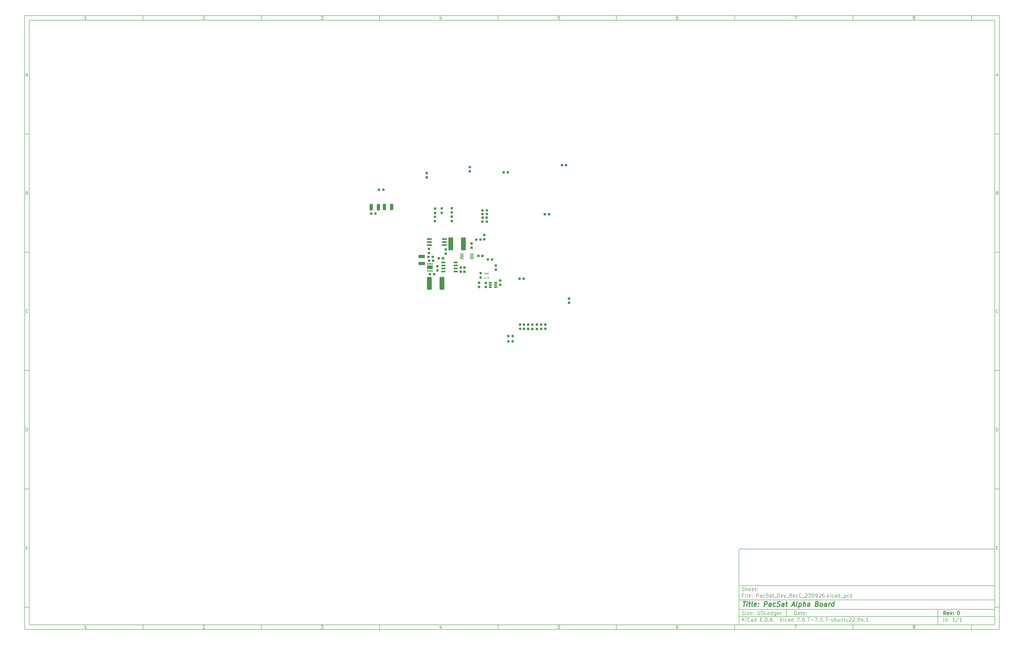
<source format=gbr>
%TF.GenerationSoftware,KiCad,Pcbnew,7.0.7-7.0.7~ubuntu22.04.1*%
%TF.CreationDate,2023-10-03T20:17:37-05:00*%
%TF.ProjectId,PacSat_Dev_RecC_230926,50616353-6174-45f4-9465-765f52656343,0*%
%TF.SameCoordinates,Original*%
%TF.FileFunction,Paste,Bot*%
%TF.FilePolarity,Positive*%
%FSLAX46Y46*%
G04 Gerber Fmt 4.6, Leading zero omitted, Abs format (unit mm)*
G04 Created by KiCad (PCBNEW 7.0.7-7.0.7~ubuntu22.04.1) date 2023-10-03 20:17:37*
%MOMM*%
%LPD*%
G01*
G04 APERTURE LIST*
G04 Aperture macros list*
%AMRoundRect*
0 Rectangle with rounded corners*
0 $1 Rounding radius*
0 $2 $3 $4 $5 $6 $7 $8 $9 X,Y pos of 4 corners*
0 Add a 4 corners polygon primitive as box body*
4,1,4,$2,$3,$4,$5,$6,$7,$8,$9,$2,$3,0*
0 Add four circle primitives for the rounded corners*
1,1,$1+$1,$2,$3*
1,1,$1+$1,$4,$5*
1,1,$1+$1,$6,$7*
1,1,$1+$1,$8,$9*
0 Add four rect primitives between the rounded corners*
20,1,$1+$1,$2,$3,$4,$5,0*
20,1,$1+$1,$4,$5,$6,$7,0*
20,1,$1+$1,$6,$7,$8,$9,0*
20,1,$1+$1,$8,$9,$2,$3,0*%
G04 Aperture macros list end*
%ADD10C,0.100000*%
%ADD11C,0.150000*%
%ADD12C,0.300000*%
%ADD13C,0.400000*%
%ADD14RoundRect,0.237500X-0.250000X-0.237500X0.250000X-0.237500X0.250000X0.237500X-0.250000X0.237500X0*%
%ADD15RoundRect,0.237500X-0.237500X0.250000X-0.237500X-0.250000X0.237500X-0.250000X0.237500X0.250000X0*%
%ADD16RoundRect,0.150000X-0.512500X-0.150000X0.512500X-0.150000X0.512500X0.150000X-0.512500X0.150000X0*%
%ADD17RoundRect,0.249999X-0.737501X-2.450001X0.737501X-2.450001X0.737501X2.450001X-0.737501X2.450001X0*%
%ADD18RoundRect,0.150000X0.725000X0.150000X-0.725000X0.150000X-0.725000X-0.150000X0.725000X-0.150000X0*%
%ADD19RoundRect,0.237500X-0.300000X-0.237500X0.300000X-0.237500X0.300000X0.237500X-0.300000X0.237500X0*%
%ADD20RoundRect,0.237500X-0.237500X0.300000X-0.237500X-0.300000X0.237500X-0.300000X0.237500X0.300000X0*%
%ADD21RoundRect,0.237500X0.250000X0.237500X-0.250000X0.237500X-0.250000X-0.237500X0.250000X-0.237500X0*%
%ADD22RoundRect,0.237500X0.300000X0.237500X-0.300000X0.237500X-0.300000X-0.237500X0.300000X-0.237500X0*%
%ADD23RoundRect,0.249999X0.737501X2.450001X-0.737501X2.450001X-0.737501X-2.450001X0.737501X-2.450001X0*%
%ADD24RoundRect,0.237500X0.237500X-0.250000X0.237500X0.250000X-0.237500X0.250000X-0.237500X-0.250000X0*%
%ADD25RoundRect,0.237500X0.237500X-0.300000X0.237500X0.300000X-0.237500X0.300000X-0.237500X-0.300000X0*%
%ADD26RoundRect,0.100000X0.712500X0.100000X-0.712500X0.100000X-0.712500X-0.100000X0.712500X-0.100000X0*%
%ADD27RoundRect,0.250001X-1.074999X0.462499X-1.074999X-0.462499X1.074999X-0.462499X1.074999X0.462499X0*%
%ADD28R,0.400000X0.650000*%
%ADD29RoundRect,0.250000X0.400000X1.075000X-0.400000X1.075000X-0.400000X-1.075000X0.400000X-1.075000X0*%
%ADD30R,2.000000X0.640000*%
%ADD31R,2.350000X1.580000*%
%ADD32R,0.300000X0.700000*%
G04 APERTURE END LIST*
D10*
D11*
X311800000Y-235400000D02*
X419800000Y-235400000D01*
X419800000Y-267400000D01*
X311800000Y-267400000D01*
X311800000Y-235400000D01*
D10*
D11*
X10000000Y-10000000D02*
X421800000Y-10000000D01*
X421800000Y-269400000D01*
X10000000Y-269400000D01*
X10000000Y-10000000D01*
D10*
D11*
X12000000Y-12000000D02*
X419800000Y-12000000D01*
X419800000Y-267400000D01*
X12000000Y-267400000D01*
X12000000Y-12000000D01*
D10*
D11*
X60000000Y-12000000D02*
X60000000Y-10000000D01*
D10*
D11*
X110000000Y-12000000D02*
X110000000Y-10000000D01*
D10*
D11*
X160000000Y-12000000D02*
X160000000Y-10000000D01*
D10*
D11*
X210000000Y-12000000D02*
X210000000Y-10000000D01*
D10*
D11*
X260000000Y-12000000D02*
X260000000Y-10000000D01*
D10*
D11*
X310000000Y-12000000D02*
X310000000Y-10000000D01*
D10*
D11*
X360000000Y-12000000D02*
X360000000Y-10000000D01*
D10*
D11*
X410000000Y-12000000D02*
X410000000Y-10000000D01*
D10*
D11*
X36089160Y-11593604D02*
X35346303Y-11593604D01*
X35717731Y-11593604D02*
X35717731Y-10293604D01*
X35717731Y-10293604D02*
X35593922Y-10479319D01*
X35593922Y-10479319D02*
X35470112Y-10603128D01*
X35470112Y-10603128D02*
X35346303Y-10665033D01*
D10*
D11*
X85346303Y-10417414D02*
X85408207Y-10355509D01*
X85408207Y-10355509D02*
X85532017Y-10293604D01*
X85532017Y-10293604D02*
X85841541Y-10293604D01*
X85841541Y-10293604D02*
X85965350Y-10355509D01*
X85965350Y-10355509D02*
X86027255Y-10417414D01*
X86027255Y-10417414D02*
X86089160Y-10541223D01*
X86089160Y-10541223D02*
X86089160Y-10665033D01*
X86089160Y-10665033D02*
X86027255Y-10850747D01*
X86027255Y-10850747D02*
X85284398Y-11593604D01*
X85284398Y-11593604D02*
X86089160Y-11593604D01*
D10*
D11*
X135284398Y-10293604D02*
X136089160Y-10293604D01*
X136089160Y-10293604D02*
X135655826Y-10788842D01*
X135655826Y-10788842D02*
X135841541Y-10788842D01*
X135841541Y-10788842D02*
X135965350Y-10850747D01*
X135965350Y-10850747D02*
X136027255Y-10912652D01*
X136027255Y-10912652D02*
X136089160Y-11036461D01*
X136089160Y-11036461D02*
X136089160Y-11345985D01*
X136089160Y-11345985D02*
X136027255Y-11469795D01*
X136027255Y-11469795D02*
X135965350Y-11531700D01*
X135965350Y-11531700D02*
X135841541Y-11593604D01*
X135841541Y-11593604D02*
X135470112Y-11593604D01*
X135470112Y-11593604D02*
X135346303Y-11531700D01*
X135346303Y-11531700D02*
X135284398Y-11469795D01*
D10*
D11*
X185965350Y-10726938D02*
X185965350Y-11593604D01*
X185655826Y-10231700D02*
X185346303Y-11160271D01*
X185346303Y-11160271D02*
X186151064Y-11160271D01*
D10*
D11*
X236027255Y-10293604D02*
X235408207Y-10293604D01*
X235408207Y-10293604D02*
X235346303Y-10912652D01*
X235346303Y-10912652D02*
X235408207Y-10850747D01*
X235408207Y-10850747D02*
X235532017Y-10788842D01*
X235532017Y-10788842D02*
X235841541Y-10788842D01*
X235841541Y-10788842D02*
X235965350Y-10850747D01*
X235965350Y-10850747D02*
X236027255Y-10912652D01*
X236027255Y-10912652D02*
X236089160Y-11036461D01*
X236089160Y-11036461D02*
X236089160Y-11345985D01*
X236089160Y-11345985D02*
X236027255Y-11469795D01*
X236027255Y-11469795D02*
X235965350Y-11531700D01*
X235965350Y-11531700D02*
X235841541Y-11593604D01*
X235841541Y-11593604D02*
X235532017Y-11593604D01*
X235532017Y-11593604D02*
X235408207Y-11531700D01*
X235408207Y-11531700D02*
X235346303Y-11469795D01*
D10*
D11*
X285965350Y-10293604D02*
X285717731Y-10293604D01*
X285717731Y-10293604D02*
X285593922Y-10355509D01*
X285593922Y-10355509D02*
X285532017Y-10417414D01*
X285532017Y-10417414D02*
X285408207Y-10603128D01*
X285408207Y-10603128D02*
X285346303Y-10850747D01*
X285346303Y-10850747D02*
X285346303Y-11345985D01*
X285346303Y-11345985D02*
X285408207Y-11469795D01*
X285408207Y-11469795D02*
X285470112Y-11531700D01*
X285470112Y-11531700D02*
X285593922Y-11593604D01*
X285593922Y-11593604D02*
X285841541Y-11593604D01*
X285841541Y-11593604D02*
X285965350Y-11531700D01*
X285965350Y-11531700D02*
X286027255Y-11469795D01*
X286027255Y-11469795D02*
X286089160Y-11345985D01*
X286089160Y-11345985D02*
X286089160Y-11036461D01*
X286089160Y-11036461D02*
X286027255Y-10912652D01*
X286027255Y-10912652D02*
X285965350Y-10850747D01*
X285965350Y-10850747D02*
X285841541Y-10788842D01*
X285841541Y-10788842D02*
X285593922Y-10788842D01*
X285593922Y-10788842D02*
X285470112Y-10850747D01*
X285470112Y-10850747D02*
X285408207Y-10912652D01*
X285408207Y-10912652D02*
X285346303Y-11036461D01*
D10*
D11*
X335284398Y-10293604D02*
X336151064Y-10293604D01*
X336151064Y-10293604D02*
X335593922Y-11593604D01*
D10*
D11*
X385593922Y-10850747D02*
X385470112Y-10788842D01*
X385470112Y-10788842D02*
X385408207Y-10726938D01*
X385408207Y-10726938D02*
X385346303Y-10603128D01*
X385346303Y-10603128D02*
X385346303Y-10541223D01*
X385346303Y-10541223D02*
X385408207Y-10417414D01*
X385408207Y-10417414D02*
X385470112Y-10355509D01*
X385470112Y-10355509D02*
X385593922Y-10293604D01*
X385593922Y-10293604D02*
X385841541Y-10293604D01*
X385841541Y-10293604D02*
X385965350Y-10355509D01*
X385965350Y-10355509D02*
X386027255Y-10417414D01*
X386027255Y-10417414D02*
X386089160Y-10541223D01*
X386089160Y-10541223D02*
X386089160Y-10603128D01*
X386089160Y-10603128D02*
X386027255Y-10726938D01*
X386027255Y-10726938D02*
X385965350Y-10788842D01*
X385965350Y-10788842D02*
X385841541Y-10850747D01*
X385841541Y-10850747D02*
X385593922Y-10850747D01*
X385593922Y-10850747D02*
X385470112Y-10912652D01*
X385470112Y-10912652D02*
X385408207Y-10974557D01*
X385408207Y-10974557D02*
X385346303Y-11098366D01*
X385346303Y-11098366D02*
X385346303Y-11345985D01*
X385346303Y-11345985D02*
X385408207Y-11469795D01*
X385408207Y-11469795D02*
X385470112Y-11531700D01*
X385470112Y-11531700D02*
X385593922Y-11593604D01*
X385593922Y-11593604D02*
X385841541Y-11593604D01*
X385841541Y-11593604D02*
X385965350Y-11531700D01*
X385965350Y-11531700D02*
X386027255Y-11469795D01*
X386027255Y-11469795D02*
X386089160Y-11345985D01*
X386089160Y-11345985D02*
X386089160Y-11098366D01*
X386089160Y-11098366D02*
X386027255Y-10974557D01*
X386027255Y-10974557D02*
X385965350Y-10912652D01*
X385965350Y-10912652D02*
X385841541Y-10850747D01*
D10*
D11*
X60000000Y-267400000D02*
X60000000Y-269400000D01*
D10*
D11*
X110000000Y-267400000D02*
X110000000Y-269400000D01*
D10*
D11*
X160000000Y-267400000D02*
X160000000Y-269400000D01*
D10*
D11*
X210000000Y-267400000D02*
X210000000Y-269400000D01*
D10*
D11*
X260000000Y-267400000D02*
X260000000Y-269400000D01*
D10*
D11*
X310000000Y-267400000D02*
X310000000Y-269400000D01*
D10*
D11*
X360000000Y-267400000D02*
X360000000Y-269400000D01*
D10*
D11*
X410000000Y-267400000D02*
X410000000Y-269400000D01*
D10*
D11*
X36089160Y-268993604D02*
X35346303Y-268993604D01*
X35717731Y-268993604D02*
X35717731Y-267693604D01*
X35717731Y-267693604D02*
X35593922Y-267879319D01*
X35593922Y-267879319D02*
X35470112Y-268003128D01*
X35470112Y-268003128D02*
X35346303Y-268065033D01*
D10*
D11*
X85346303Y-267817414D02*
X85408207Y-267755509D01*
X85408207Y-267755509D02*
X85532017Y-267693604D01*
X85532017Y-267693604D02*
X85841541Y-267693604D01*
X85841541Y-267693604D02*
X85965350Y-267755509D01*
X85965350Y-267755509D02*
X86027255Y-267817414D01*
X86027255Y-267817414D02*
X86089160Y-267941223D01*
X86089160Y-267941223D02*
X86089160Y-268065033D01*
X86089160Y-268065033D02*
X86027255Y-268250747D01*
X86027255Y-268250747D02*
X85284398Y-268993604D01*
X85284398Y-268993604D02*
X86089160Y-268993604D01*
D10*
D11*
X135284398Y-267693604D02*
X136089160Y-267693604D01*
X136089160Y-267693604D02*
X135655826Y-268188842D01*
X135655826Y-268188842D02*
X135841541Y-268188842D01*
X135841541Y-268188842D02*
X135965350Y-268250747D01*
X135965350Y-268250747D02*
X136027255Y-268312652D01*
X136027255Y-268312652D02*
X136089160Y-268436461D01*
X136089160Y-268436461D02*
X136089160Y-268745985D01*
X136089160Y-268745985D02*
X136027255Y-268869795D01*
X136027255Y-268869795D02*
X135965350Y-268931700D01*
X135965350Y-268931700D02*
X135841541Y-268993604D01*
X135841541Y-268993604D02*
X135470112Y-268993604D01*
X135470112Y-268993604D02*
X135346303Y-268931700D01*
X135346303Y-268931700D02*
X135284398Y-268869795D01*
D10*
D11*
X185965350Y-268126938D02*
X185965350Y-268993604D01*
X185655826Y-267631700D02*
X185346303Y-268560271D01*
X185346303Y-268560271D02*
X186151064Y-268560271D01*
D10*
D11*
X236027255Y-267693604D02*
X235408207Y-267693604D01*
X235408207Y-267693604D02*
X235346303Y-268312652D01*
X235346303Y-268312652D02*
X235408207Y-268250747D01*
X235408207Y-268250747D02*
X235532017Y-268188842D01*
X235532017Y-268188842D02*
X235841541Y-268188842D01*
X235841541Y-268188842D02*
X235965350Y-268250747D01*
X235965350Y-268250747D02*
X236027255Y-268312652D01*
X236027255Y-268312652D02*
X236089160Y-268436461D01*
X236089160Y-268436461D02*
X236089160Y-268745985D01*
X236089160Y-268745985D02*
X236027255Y-268869795D01*
X236027255Y-268869795D02*
X235965350Y-268931700D01*
X235965350Y-268931700D02*
X235841541Y-268993604D01*
X235841541Y-268993604D02*
X235532017Y-268993604D01*
X235532017Y-268993604D02*
X235408207Y-268931700D01*
X235408207Y-268931700D02*
X235346303Y-268869795D01*
D10*
D11*
X285965350Y-267693604D02*
X285717731Y-267693604D01*
X285717731Y-267693604D02*
X285593922Y-267755509D01*
X285593922Y-267755509D02*
X285532017Y-267817414D01*
X285532017Y-267817414D02*
X285408207Y-268003128D01*
X285408207Y-268003128D02*
X285346303Y-268250747D01*
X285346303Y-268250747D02*
X285346303Y-268745985D01*
X285346303Y-268745985D02*
X285408207Y-268869795D01*
X285408207Y-268869795D02*
X285470112Y-268931700D01*
X285470112Y-268931700D02*
X285593922Y-268993604D01*
X285593922Y-268993604D02*
X285841541Y-268993604D01*
X285841541Y-268993604D02*
X285965350Y-268931700D01*
X285965350Y-268931700D02*
X286027255Y-268869795D01*
X286027255Y-268869795D02*
X286089160Y-268745985D01*
X286089160Y-268745985D02*
X286089160Y-268436461D01*
X286089160Y-268436461D02*
X286027255Y-268312652D01*
X286027255Y-268312652D02*
X285965350Y-268250747D01*
X285965350Y-268250747D02*
X285841541Y-268188842D01*
X285841541Y-268188842D02*
X285593922Y-268188842D01*
X285593922Y-268188842D02*
X285470112Y-268250747D01*
X285470112Y-268250747D02*
X285408207Y-268312652D01*
X285408207Y-268312652D02*
X285346303Y-268436461D01*
D10*
D11*
X335284398Y-267693604D02*
X336151064Y-267693604D01*
X336151064Y-267693604D02*
X335593922Y-268993604D01*
D10*
D11*
X385593922Y-268250747D02*
X385470112Y-268188842D01*
X385470112Y-268188842D02*
X385408207Y-268126938D01*
X385408207Y-268126938D02*
X385346303Y-268003128D01*
X385346303Y-268003128D02*
X385346303Y-267941223D01*
X385346303Y-267941223D02*
X385408207Y-267817414D01*
X385408207Y-267817414D02*
X385470112Y-267755509D01*
X385470112Y-267755509D02*
X385593922Y-267693604D01*
X385593922Y-267693604D02*
X385841541Y-267693604D01*
X385841541Y-267693604D02*
X385965350Y-267755509D01*
X385965350Y-267755509D02*
X386027255Y-267817414D01*
X386027255Y-267817414D02*
X386089160Y-267941223D01*
X386089160Y-267941223D02*
X386089160Y-268003128D01*
X386089160Y-268003128D02*
X386027255Y-268126938D01*
X386027255Y-268126938D02*
X385965350Y-268188842D01*
X385965350Y-268188842D02*
X385841541Y-268250747D01*
X385841541Y-268250747D02*
X385593922Y-268250747D01*
X385593922Y-268250747D02*
X385470112Y-268312652D01*
X385470112Y-268312652D02*
X385408207Y-268374557D01*
X385408207Y-268374557D02*
X385346303Y-268498366D01*
X385346303Y-268498366D02*
X385346303Y-268745985D01*
X385346303Y-268745985D02*
X385408207Y-268869795D01*
X385408207Y-268869795D02*
X385470112Y-268931700D01*
X385470112Y-268931700D02*
X385593922Y-268993604D01*
X385593922Y-268993604D02*
X385841541Y-268993604D01*
X385841541Y-268993604D02*
X385965350Y-268931700D01*
X385965350Y-268931700D02*
X386027255Y-268869795D01*
X386027255Y-268869795D02*
X386089160Y-268745985D01*
X386089160Y-268745985D02*
X386089160Y-268498366D01*
X386089160Y-268498366D02*
X386027255Y-268374557D01*
X386027255Y-268374557D02*
X385965350Y-268312652D01*
X385965350Y-268312652D02*
X385841541Y-268250747D01*
D10*
D11*
X10000000Y-60000000D02*
X12000000Y-60000000D01*
D10*
D11*
X10000000Y-110000000D02*
X12000000Y-110000000D01*
D10*
D11*
X10000000Y-160000000D02*
X12000000Y-160000000D01*
D10*
D11*
X10000000Y-210000000D02*
X12000000Y-210000000D01*
D10*
D11*
X10000000Y-260000000D02*
X12000000Y-260000000D01*
D10*
D11*
X10690476Y-35222176D02*
X11309523Y-35222176D01*
X10566666Y-35593604D02*
X10999999Y-34293604D01*
X10999999Y-34293604D02*
X11433333Y-35593604D01*
D10*
D11*
X11092857Y-84912652D02*
X11278571Y-84974557D01*
X11278571Y-84974557D02*
X11340476Y-85036461D01*
X11340476Y-85036461D02*
X11402380Y-85160271D01*
X11402380Y-85160271D02*
X11402380Y-85345985D01*
X11402380Y-85345985D02*
X11340476Y-85469795D01*
X11340476Y-85469795D02*
X11278571Y-85531700D01*
X11278571Y-85531700D02*
X11154761Y-85593604D01*
X11154761Y-85593604D02*
X10659523Y-85593604D01*
X10659523Y-85593604D02*
X10659523Y-84293604D01*
X10659523Y-84293604D02*
X11092857Y-84293604D01*
X11092857Y-84293604D02*
X11216666Y-84355509D01*
X11216666Y-84355509D02*
X11278571Y-84417414D01*
X11278571Y-84417414D02*
X11340476Y-84541223D01*
X11340476Y-84541223D02*
X11340476Y-84665033D01*
X11340476Y-84665033D02*
X11278571Y-84788842D01*
X11278571Y-84788842D02*
X11216666Y-84850747D01*
X11216666Y-84850747D02*
X11092857Y-84912652D01*
X11092857Y-84912652D02*
X10659523Y-84912652D01*
D10*
D11*
X11402380Y-135469795D02*
X11340476Y-135531700D01*
X11340476Y-135531700D02*
X11154761Y-135593604D01*
X11154761Y-135593604D02*
X11030952Y-135593604D01*
X11030952Y-135593604D02*
X10845238Y-135531700D01*
X10845238Y-135531700D02*
X10721428Y-135407890D01*
X10721428Y-135407890D02*
X10659523Y-135284080D01*
X10659523Y-135284080D02*
X10597619Y-135036461D01*
X10597619Y-135036461D02*
X10597619Y-134850747D01*
X10597619Y-134850747D02*
X10659523Y-134603128D01*
X10659523Y-134603128D02*
X10721428Y-134479319D01*
X10721428Y-134479319D02*
X10845238Y-134355509D01*
X10845238Y-134355509D02*
X11030952Y-134293604D01*
X11030952Y-134293604D02*
X11154761Y-134293604D01*
X11154761Y-134293604D02*
X11340476Y-134355509D01*
X11340476Y-134355509D02*
X11402380Y-134417414D01*
D10*
D11*
X10659523Y-185593604D02*
X10659523Y-184293604D01*
X10659523Y-184293604D02*
X10969047Y-184293604D01*
X10969047Y-184293604D02*
X11154761Y-184355509D01*
X11154761Y-184355509D02*
X11278571Y-184479319D01*
X11278571Y-184479319D02*
X11340476Y-184603128D01*
X11340476Y-184603128D02*
X11402380Y-184850747D01*
X11402380Y-184850747D02*
X11402380Y-185036461D01*
X11402380Y-185036461D02*
X11340476Y-185284080D01*
X11340476Y-185284080D02*
X11278571Y-185407890D01*
X11278571Y-185407890D02*
X11154761Y-185531700D01*
X11154761Y-185531700D02*
X10969047Y-185593604D01*
X10969047Y-185593604D02*
X10659523Y-185593604D01*
D10*
D11*
X10721428Y-234912652D02*
X11154762Y-234912652D01*
X11340476Y-235593604D02*
X10721428Y-235593604D01*
X10721428Y-235593604D02*
X10721428Y-234293604D01*
X10721428Y-234293604D02*
X11340476Y-234293604D01*
D10*
D11*
X421800000Y-60000000D02*
X419800000Y-60000000D01*
D10*
D11*
X421800000Y-110000000D02*
X419800000Y-110000000D01*
D10*
D11*
X421800000Y-160000000D02*
X419800000Y-160000000D01*
D10*
D11*
X421800000Y-210000000D02*
X419800000Y-210000000D01*
D10*
D11*
X421800000Y-260000000D02*
X419800000Y-260000000D01*
D10*
D11*
X420490476Y-35222176D02*
X421109523Y-35222176D01*
X420366666Y-35593604D02*
X420799999Y-34293604D01*
X420799999Y-34293604D02*
X421233333Y-35593604D01*
D10*
D11*
X420892857Y-84912652D02*
X421078571Y-84974557D01*
X421078571Y-84974557D02*
X421140476Y-85036461D01*
X421140476Y-85036461D02*
X421202380Y-85160271D01*
X421202380Y-85160271D02*
X421202380Y-85345985D01*
X421202380Y-85345985D02*
X421140476Y-85469795D01*
X421140476Y-85469795D02*
X421078571Y-85531700D01*
X421078571Y-85531700D02*
X420954761Y-85593604D01*
X420954761Y-85593604D02*
X420459523Y-85593604D01*
X420459523Y-85593604D02*
X420459523Y-84293604D01*
X420459523Y-84293604D02*
X420892857Y-84293604D01*
X420892857Y-84293604D02*
X421016666Y-84355509D01*
X421016666Y-84355509D02*
X421078571Y-84417414D01*
X421078571Y-84417414D02*
X421140476Y-84541223D01*
X421140476Y-84541223D02*
X421140476Y-84665033D01*
X421140476Y-84665033D02*
X421078571Y-84788842D01*
X421078571Y-84788842D02*
X421016666Y-84850747D01*
X421016666Y-84850747D02*
X420892857Y-84912652D01*
X420892857Y-84912652D02*
X420459523Y-84912652D01*
D10*
D11*
X421202380Y-135469795D02*
X421140476Y-135531700D01*
X421140476Y-135531700D02*
X420954761Y-135593604D01*
X420954761Y-135593604D02*
X420830952Y-135593604D01*
X420830952Y-135593604D02*
X420645238Y-135531700D01*
X420645238Y-135531700D02*
X420521428Y-135407890D01*
X420521428Y-135407890D02*
X420459523Y-135284080D01*
X420459523Y-135284080D02*
X420397619Y-135036461D01*
X420397619Y-135036461D02*
X420397619Y-134850747D01*
X420397619Y-134850747D02*
X420459523Y-134603128D01*
X420459523Y-134603128D02*
X420521428Y-134479319D01*
X420521428Y-134479319D02*
X420645238Y-134355509D01*
X420645238Y-134355509D02*
X420830952Y-134293604D01*
X420830952Y-134293604D02*
X420954761Y-134293604D01*
X420954761Y-134293604D02*
X421140476Y-134355509D01*
X421140476Y-134355509D02*
X421202380Y-134417414D01*
D10*
D11*
X420459523Y-185593604D02*
X420459523Y-184293604D01*
X420459523Y-184293604D02*
X420769047Y-184293604D01*
X420769047Y-184293604D02*
X420954761Y-184355509D01*
X420954761Y-184355509D02*
X421078571Y-184479319D01*
X421078571Y-184479319D02*
X421140476Y-184603128D01*
X421140476Y-184603128D02*
X421202380Y-184850747D01*
X421202380Y-184850747D02*
X421202380Y-185036461D01*
X421202380Y-185036461D02*
X421140476Y-185284080D01*
X421140476Y-185284080D02*
X421078571Y-185407890D01*
X421078571Y-185407890D02*
X420954761Y-185531700D01*
X420954761Y-185531700D02*
X420769047Y-185593604D01*
X420769047Y-185593604D02*
X420459523Y-185593604D01*
D10*
D11*
X420521428Y-234912652D02*
X420954762Y-234912652D01*
X421140476Y-235593604D02*
X420521428Y-235593604D01*
X420521428Y-235593604D02*
X420521428Y-234293604D01*
X420521428Y-234293604D02*
X421140476Y-234293604D01*
D10*
D11*
X335255826Y-263186128D02*
X335255826Y-261686128D01*
X335255826Y-261686128D02*
X335612969Y-261686128D01*
X335612969Y-261686128D02*
X335827255Y-261757557D01*
X335827255Y-261757557D02*
X335970112Y-261900414D01*
X335970112Y-261900414D02*
X336041541Y-262043271D01*
X336041541Y-262043271D02*
X336112969Y-262328985D01*
X336112969Y-262328985D02*
X336112969Y-262543271D01*
X336112969Y-262543271D02*
X336041541Y-262828985D01*
X336041541Y-262828985D02*
X335970112Y-262971842D01*
X335970112Y-262971842D02*
X335827255Y-263114700D01*
X335827255Y-263114700D02*
X335612969Y-263186128D01*
X335612969Y-263186128D02*
X335255826Y-263186128D01*
X337398684Y-263186128D02*
X337398684Y-262400414D01*
X337398684Y-262400414D02*
X337327255Y-262257557D01*
X337327255Y-262257557D02*
X337184398Y-262186128D01*
X337184398Y-262186128D02*
X336898684Y-262186128D01*
X336898684Y-262186128D02*
X336755826Y-262257557D01*
X337398684Y-263114700D02*
X337255826Y-263186128D01*
X337255826Y-263186128D02*
X336898684Y-263186128D01*
X336898684Y-263186128D02*
X336755826Y-263114700D01*
X336755826Y-263114700D02*
X336684398Y-262971842D01*
X336684398Y-262971842D02*
X336684398Y-262828985D01*
X336684398Y-262828985D02*
X336755826Y-262686128D01*
X336755826Y-262686128D02*
X336898684Y-262614700D01*
X336898684Y-262614700D02*
X337255826Y-262614700D01*
X337255826Y-262614700D02*
X337398684Y-262543271D01*
X337898684Y-262186128D02*
X338470112Y-262186128D01*
X338112969Y-261686128D02*
X338112969Y-262971842D01*
X338112969Y-262971842D02*
X338184398Y-263114700D01*
X338184398Y-263114700D02*
X338327255Y-263186128D01*
X338327255Y-263186128D02*
X338470112Y-263186128D01*
X339541541Y-263114700D02*
X339398684Y-263186128D01*
X339398684Y-263186128D02*
X339112970Y-263186128D01*
X339112970Y-263186128D02*
X338970112Y-263114700D01*
X338970112Y-263114700D02*
X338898684Y-262971842D01*
X338898684Y-262971842D02*
X338898684Y-262400414D01*
X338898684Y-262400414D02*
X338970112Y-262257557D01*
X338970112Y-262257557D02*
X339112970Y-262186128D01*
X339112970Y-262186128D02*
X339398684Y-262186128D01*
X339398684Y-262186128D02*
X339541541Y-262257557D01*
X339541541Y-262257557D02*
X339612970Y-262400414D01*
X339612970Y-262400414D02*
X339612970Y-262543271D01*
X339612970Y-262543271D02*
X338898684Y-262686128D01*
X340255826Y-263043271D02*
X340327255Y-263114700D01*
X340327255Y-263114700D02*
X340255826Y-263186128D01*
X340255826Y-263186128D02*
X340184398Y-263114700D01*
X340184398Y-263114700D02*
X340255826Y-263043271D01*
X340255826Y-263043271D02*
X340255826Y-263186128D01*
X340255826Y-262257557D02*
X340327255Y-262328985D01*
X340327255Y-262328985D02*
X340255826Y-262400414D01*
X340255826Y-262400414D02*
X340184398Y-262328985D01*
X340184398Y-262328985D02*
X340255826Y-262257557D01*
X340255826Y-262257557D02*
X340255826Y-262400414D01*
D10*
D11*
X311800000Y-263900000D02*
X419800000Y-263900000D01*
D10*
D11*
X313255826Y-265986128D02*
X313255826Y-264486128D01*
X314112969Y-265986128D02*
X313470112Y-265128985D01*
X314112969Y-264486128D02*
X313255826Y-265343271D01*
X314755826Y-265986128D02*
X314755826Y-264986128D01*
X314755826Y-264486128D02*
X314684398Y-264557557D01*
X314684398Y-264557557D02*
X314755826Y-264628985D01*
X314755826Y-264628985D02*
X314827255Y-264557557D01*
X314827255Y-264557557D02*
X314755826Y-264486128D01*
X314755826Y-264486128D02*
X314755826Y-264628985D01*
X316327255Y-265843271D02*
X316255827Y-265914700D01*
X316255827Y-265914700D02*
X316041541Y-265986128D01*
X316041541Y-265986128D02*
X315898684Y-265986128D01*
X315898684Y-265986128D02*
X315684398Y-265914700D01*
X315684398Y-265914700D02*
X315541541Y-265771842D01*
X315541541Y-265771842D02*
X315470112Y-265628985D01*
X315470112Y-265628985D02*
X315398684Y-265343271D01*
X315398684Y-265343271D02*
X315398684Y-265128985D01*
X315398684Y-265128985D02*
X315470112Y-264843271D01*
X315470112Y-264843271D02*
X315541541Y-264700414D01*
X315541541Y-264700414D02*
X315684398Y-264557557D01*
X315684398Y-264557557D02*
X315898684Y-264486128D01*
X315898684Y-264486128D02*
X316041541Y-264486128D01*
X316041541Y-264486128D02*
X316255827Y-264557557D01*
X316255827Y-264557557D02*
X316327255Y-264628985D01*
X317612970Y-265986128D02*
X317612970Y-265200414D01*
X317612970Y-265200414D02*
X317541541Y-265057557D01*
X317541541Y-265057557D02*
X317398684Y-264986128D01*
X317398684Y-264986128D02*
X317112970Y-264986128D01*
X317112970Y-264986128D02*
X316970112Y-265057557D01*
X317612970Y-265914700D02*
X317470112Y-265986128D01*
X317470112Y-265986128D02*
X317112970Y-265986128D01*
X317112970Y-265986128D02*
X316970112Y-265914700D01*
X316970112Y-265914700D02*
X316898684Y-265771842D01*
X316898684Y-265771842D02*
X316898684Y-265628985D01*
X316898684Y-265628985D02*
X316970112Y-265486128D01*
X316970112Y-265486128D02*
X317112970Y-265414700D01*
X317112970Y-265414700D02*
X317470112Y-265414700D01*
X317470112Y-265414700D02*
X317612970Y-265343271D01*
X318970113Y-265986128D02*
X318970113Y-264486128D01*
X318970113Y-265914700D02*
X318827255Y-265986128D01*
X318827255Y-265986128D02*
X318541541Y-265986128D01*
X318541541Y-265986128D02*
X318398684Y-265914700D01*
X318398684Y-265914700D02*
X318327255Y-265843271D01*
X318327255Y-265843271D02*
X318255827Y-265700414D01*
X318255827Y-265700414D02*
X318255827Y-265271842D01*
X318255827Y-265271842D02*
X318327255Y-265128985D01*
X318327255Y-265128985D02*
X318398684Y-265057557D01*
X318398684Y-265057557D02*
X318541541Y-264986128D01*
X318541541Y-264986128D02*
X318827255Y-264986128D01*
X318827255Y-264986128D02*
X318970113Y-265057557D01*
X320827255Y-265200414D02*
X321327255Y-265200414D01*
X321541541Y-265986128D02*
X320827255Y-265986128D01*
X320827255Y-265986128D02*
X320827255Y-264486128D01*
X320827255Y-264486128D02*
X321541541Y-264486128D01*
X322184398Y-265843271D02*
X322255827Y-265914700D01*
X322255827Y-265914700D02*
X322184398Y-265986128D01*
X322184398Y-265986128D02*
X322112970Y-265914700D01*
X322112970Y-265914700D02*
X322184398Y-265843271D01*
X322184398Y-265843271D02*
X322184398Y-265986128D01*
X322898684Y-265986128D02*
X322898684Y-264486128D01*
X322898684Y-264486128D02*
X323255827Y-264486128D01*
X323255827Y-264486128D02*
X323470113Y-264557557D01*
X323470113Y-264557557D02*
X323612970Y-264700414D01*
X323612970Y-264700414D02*
X323684399Y-264843271D01*
X323684399Y-264843271D02*
X323755827Y-265128985D01*
X323755827Y-265128985D02*
X323755827Y-265343271D01*
X323755827Y-265343271D02*
X323684399Y-265628985D01*
X323684399Y-265628985D02*
X323612970Y-265771842D01*
X323612970Y-265771842D02*
X323470113Y-265914700D01*
X323470113Y-265914700D02*
X323255827Y-265986128D01*
X323255827Y-265986128D02*
X322898684Y-265986128D01*
X324398684Y-265843271D02*
X324470113Y-265914700D01*
X324470113Y-265914700D02*
X324398684Y-265986128D01*
X324398684Y-265986128D02*
X324327256Y-265914700D01*
X324327256Y-265914700D02*
X324398684Y-265843271D01*
X324398684Y-265843271D02*
X324398684Y-265986128D01*
X325041542Y-265557557D02*
X325755828Y-265557557D01*
X324898685Y-265986128D02*
X325398685Y-264486128D01*
X325398685Y-264486128D02*
X325898685Y-265986128D01*
X326398684Y-265843271D02*
X326470113Y-265914700D01*
X326470113Y-265914700D02*
X326398684Y-265986128D01*
X326398684Y-265986128D02*
X326327256Y-265914700D01*
X326327256Y-265914700D02*
X326398684Y-265843271D01*
X326398684Y-265843271D02*
X326398684Y-265986128D01*
X329398684Y-265986128D02*
X329398684Y-264486128D01*
X329541542Y-265414700D02*
X329970113Y-265986128D01*
X329970113Y-264986128D02*
X329398684Y-265557557D01*
X330612970Y-265986128D02*
X330612970Y-264986128D01*
X330612970Y-264486128D02*
X330541542Y-264557557D01*
X330541542Y-264557557D02*
X330612970Y-264628985D01*
X330612970Y-264628985D02*
X330684399Y-264557557D01*
X330684399Y-264557557D02*
X330612970Y-264486128D01*
X330612970Y-264486128D02*
X330612970Y-264628985D01*
X331970114Y-265914700D02*
X331827256Y-265986128D01*
X331827256Y-265986128D02*
X331541542Y-265986128D01*
X331541542Y-265986128D02*
X331398685Y-265914700D01*
X331398685Y-265914700D02*
X331327256Y-265843271D01*
X331327256Y-265843271D02*
X331255828Y-265700414D01*
X331255828Y-265700414D02*
X331255828Y-265271842D01*
X331255828Y-265271842D02*
X331327256Y-265128985D01*
X331327256Y-265128985D02*
X331398685Y-265057557D01*
X331398685Y-265057557D02*
X331541542Y-264986128D01*
X331541542Y-264986128D02*
X331827256Y-264986128D01*
X331827256Y-264986128D02*
X331970114Y-265057557D01*
X333255828Y-265986128D02*
X333255828Y-265200414D01*
X333255828Y-265200414D02*
X333184399Y-265057557D01*
X333184399Y-265057557D02*
X333041542Y-264986128D01*
X333041542Y-264986128D02*
X332755828Y-264986128D01*
X332755828Y-264986128D02*
X332612970Y-265057557D01*
X333255828Y-265914700D02*
X333112970Y-265986128D01*
X333112970Y-265986128D02*
X332755828Y-265986128D01*
X332755828Y-265986128D02*
X332612970Y-265914700D01*
X332612970Y-265914700D02*
X332541542Y-265771842D01*
X332541542Y-265771842D02*
X332541542Y-265628985D01*
X332541542Y-265628985D02*
X332612970Y-265486128D01*
X332612970Y-265486128D02*
X332755828Y-265414700D01*
X332755828Y-265414700D02*
X333112970Y-265414700D01*
X333112970Y-265414700D02*
X333255828Y-265343271D01*
X334612971Y-265986128D02*
X334612971Y-264486128D01*
X334612971Y-265914700D02*
X334470113Y-265986128D01*
X334470113Y-265986128D02*
X334184399Y-265986128D01*
X334184399Y-265986128D02*
X334041542Y-265914700D01*
X334041542Y-265914700D02*
X333970113Y-265843271D01*
X333970113Y-265843271D02*
X333898685Y-265700414D01*
X333898685Y-265700414D02*
X333898685Y-265271842D01*
X333898685Y-265271842D02*
X333970113Y-265128985D01*
X333970113Y-265128985D02*
X334041542Y-265057557D01*
X334041542Y-265057557D02*
X334184399Y-264986128D01*
X334184399Y-264986128D02*
X334470113Y-264986128D01*
X334470113Y-264986128D02*
X334612971Y-265057557D01*
X336327256Y-264486128D02*
X337327256Y-264486128D01*
X337327256Y-264486128D02*
X336684399Y-265986128D01*
X337898684Y-265843271D02*
X337970113Y-265914700D01*
X337970113Y-265914700D02*
X337898684Y-265986128D01*
X337898684Y-265986128D02*
X337827256Y-265914700D01*
X337827256Y-265914700D02*
X337898684Y-265843271D01*
X337898684Y-265843271D02*
X337898684Y-265986128D01*
X338898685Y-264486128D02*
X339041542Y-264486128D01*
X339041542Y-264486128D02*
X339184399Y-264557557D01*
X339184399Y-264557557D02*
X339255828Y-264628985D01*
X339255828Y-264628985D02*
X339327256Y-264771842D01*
X339327256Y-264771842D02*
X339398685Y-265057557D01*
X339398685Y-265057557D02*
X339398685Y-265414700D01*
X339398685Y-265414700D02*
X339327256Y-265700414D01*
X339327256Y-265700414D02*
X339255828Y-265843271D01*
X339255828Y-265843271D02*
X339184399Y-265914700D01*
X339184399Y-265914700D02*
X339041542Y-265986128D01*
X339041542Y-265986128D02*
X338898685Y-265986128D01*
X338898685Y-265986128D02*
X338755828Y-265914700D01*
X338755828Y-265914700D02*
X338684399Y-265843271D01*
X338684399Y-265843271D02*
X338612970Y-265700414D01*
X338612970Y-265700414D02*
X338541542Y-265414700D01*
X338541542Y-265414700D02*
X338541542Y-265057557D01*
X338541542Y-265057557D02*
X338612970Y-264771842D01*
X338612970Y-264771842D02*
X338684399Y-264628985D01*
X338684399Y-264628985D02*
X338755828Y-264557557D01*
X338755828Y-264557557D02*
X338898685Y-264486128D01*
X340041541Y-265843271D02*
X340112970Y-265914700D01*
X340112970Y-265914700D02*
X340041541Y-265986128D01*
X340041541Y-265986128D02*
X339970113Y-265914700D01*
X339970113Y-265914700D02*
X340041541Y-265843271D01*
X340041541Y-265843271D02*
X340041541Y-265986128D01*
X340612970Y-264486128D02*
X341612970Y-264486128D01*
X341612970Y-264486128D02*
X340970113Y-265986128D01*
X342184398Y-265414700D02*
X343327256Y-265414700D01*
X343898684Y-264486128D02*
X344898684Y-264486128D01*
X344898684Y-264486128D02*
X344255827Y-265986128D01*
X345470112Y-265843271D02*
X345541541Y-265914700D01*
X345541541Y-265914700D02*
X345470112Y-265986128D01*
X345470112Y-265986128D02*
X345398684Y-265914700D01*
X345398684Y-265914700D02*
X345470112Y-265843271D01*
X345470112Y-265843271D02*
X345470112Y-265986128D01*
X346470113Y-264486128D02*
X346612970Y-264486128D01*
X346612970Y-264486128D02*
X346755827Y-264557557D01*
X346755827Y-264557557D02*
X346827256Y-264628985D01*
X346827256Y-264628985D02*
X346898684Y-264771842D01*
X346898684Y-264771842D02*
X346970113Y-265057557D01*
X346970113Y-265057557D02*
X346970113Y-265414700D01*
X346970113Y-265414700D02*
X346898684Y-265700414D01*
X346898684Y-265700414D02*
X346827256Y-265843271D01*
X346827256Y-265843271D02*
X346755827Y-265914700D01*
X346755827Y-265914700D02*
X346612970Y-265986128D01*
X346612970Y-265986128D02*
X346470113Y-265986128D01*
X346470113Y-265986128D02*
X346327256Y-265914700D01*
X346327256Y-265914700D02*
X346255827Y-265843271D01*
X346255827Y-265843271D02*
X346184398Y-265700414D01*
X346184398Y-265700414D02*
X346112970Y-265414700D01*
X346112970Y-265414700D02*
X346112970Y-265057557D01*
X346112970Y-265057557D02*
X346184398Y-264771842D01*
X346184398Y-264771842D02*
X346255827Y-264628985D01*
X346255827Y-264628985D02*
X346327256Y-264557557D01*
X346327256Y-264557557D02*
X346470113Y-264486128D01*
X347612969Y-265843271D02*
X347684398Y-265914700D01*
X347684398Y-265914700D02*
X347612969Y-265986128D01*
X347612969Y-265986128D02*
X347541541Y-265914700D01*
X347541541Y-265914700D02*
X347612969Y-265843271D01*
X347612969Y-265843271D02*
X347612969Y-265986128D01*
X348184398Y-264486128D02*
X349184398Y-264486128D01*
X349184398Y-264486128D02*
X348541541Y-265986128D01*
X349541541Y-265414700D02*
X349612969Y-265343271D01*
X349612969Y-265343271D02*
X349755826Y-265271842D01*
X349755826Y-265271842D02*
X350041541Y-265414700D01*
X350041541Y-265414700D02*
X350184398Y-265343271D01*
X350184398Y-265343271D02*
X350255826Y-265271842D01*
X351470113Y-264986128D02*
X351470113Y-265986128D01*
X350827255Y-264986128D02*
X350827255Y-265771842D01*
X350827255Y-265771842D02*
X350898684Y-265914700D01*
X350898684Y-265914700D02*
X351041541Y-265986128D01*
X351041541Y-265986128D02*
X351255827Y-265986128D01*
X351255827Y-265986128D02*
X351398684Y-265914700D01*
X351398684Y-265914700D02*
X351470113Y-265843271D01*
X352184398Y-265986128D02*
X352184398Y-264486128D01*
X352184398Y-265057557D02*
X352327256Y-264986128D01*
X352327256Y-264986128D02*
X352612970Y-264986128D01*
X352612970Y-264986128D02*
X352755827Y-265057557D01*
X352755827Y-265057557D02*
X352827256Y-265128985D01*
X352827256Y-265128985D02*
X352898684Y-265271842D01*
X352898684Y-265271842D02*
X352898684Y-265700414D01*
X352898684Y-265700414D02*
X352827256Y-265843271D01*
X352827256Y-265843271D02*
X352755827Y-265914700D01*
X352755827Y-265914700D02*
X352612970Y-265986128D01*
X352612970Y-265986128D02*
X352327256Y-265986128D01*
X352327256Y-265986128D02*
X352184398Y-265914700D01*
X354184399Y-264986128D02*
X354184399Y-265986128D01*
X353541541Y-264986128D02*
X353541541Y-265771842D01*
X353541541Y-265771842D02*
X353612970Y-265914700D01*
X353612970Y-265914700D02*
X353755827Y-265986128D01*
X353755827Y-265986128D02*
X353970113Y-265986128D01*
X353970113Y-265986128D02*
X354112970Y-265914700D01*
X354112970Y-265914700D02*
X354184399Y-265843271D01*
X354898684Y-264986128D02*
X354898684Y-265986128D01*
X354898684Y-265128985D02*
X354970113Y-265057557D01*
X354970113Y-265057557D02*
X355112970Y-264986128D01*
X355112970Y-264986128D02*
X355327256Y-264986128D01*
X355327256Y-264986128D02*
X355470113Y-265057557D01*
X355470113Y-265057557D02*
X355541542Y-265200414D01*
X355541542Y-265200414D02*
X355541542Y-265986128D01*
X356041542Y-264986128D02*
X356612970Y-264986128D01*
X356255827Y-264486128D02*
X356255827Y-265771842D01*
X356255827Y-265771842D02*
X356327256Y-265914700D01*
X356327256Y-265914700D02*
X356470113Y-265986128D01*
X356470113Y-265986128D02*
X356612970Y-265986128D01*
X357755828Y-264986128D02*
X357755828Y-265986128D01*
X357112970Y-264986128D02*
X357112970Y-265771842D01*
X357112970Y-265771842D02*
X357184399Y-265914700D01*
X357184399Y-265914700D02*
X357327256Y-265986128D01*
X357327256Y-265986128D02*
X357541542Y-265986128D01*
X357541542Y-265986128D02*
X357684399Y-265914700D01*
X357684399Y-265914700D02*
X357755828Y-265843271D01*
X358398685Y-264628985D02*
X358470113Y-264557557D01*
X358470113Y-264557557D02*
X358612971Y-264486128D01*
X358612971Y-264486128D02*
X358970113Y-264486128D01*
X358970113Y-264486128D02*
X359112971Y-264557557D01*
X359112971Y-264557557D02*
X359184399Y-264628985D01*
X359184399Y-264628985D02*
X359255828Y-264771842D01*
X359255828Y-264771842D02*
X359255828Y-264914700D01*
X359255828Y-264914700D02*
X359184399Y-265128985D01*
X359184399Y-265128985D02*
X358327256Y-265986128D01*
X358327256Y-265986128D02*
X359255828Y-265986128D01*
X359827256Y-264628985D02*
X359898684Y-264557557D01*
X359898684Y-264557557D02*
X360041542Y-264486128D01*
X360041542Y-264486128D02*
X360398684Y-264486128D01*
X360398684Y-264486128D02*
X360541542Y-264557557D01*
X360541542Y-264557557D02*
X360612970Y-264628985D01*
X360612970Y-264628985D02*
X360684399Y-264771842D01*
X360684399Y-264771842D02*
X360684399Y-264914700D01*
X360684399Y-264914700D02*
X360612970Y-265128985D01*
X360612970Y-265128985D02*
X359755827Y-265986128D01*
X359755827Y-265986128D02*
X360684399Y-265986128D01*
X361327255Y-265843271D02*
X361398684Y-265914700D01*
X361398684Y-265914700D02*
X361327255Y-265986128D01*
X361327255Y-265986128D02*
X361255827Y-265914700D01*
X361255827Y-265914700D02*
X361327255Y-265843271D01*
X361327255Y-265843271D02*
X361327255Y-265986128D01*
X362327256Y-264486128D02*
X362470113Y-264486128D01*
X362470113Y-264486128D02*
X362612970Y-264557557D01*
X362612970Y-264557557D02*
X362684399Y-264628985D01*
X362684399Y-264628985D02*
X362755827Y-264771842D01*
X362755827Y-264771842D02*
X362827256Y-265057557D01*
X362827256Y-265057557D02*
X362827256Y-265414700D01*
X362827256Y-265414700D02*
X362755827Y-265700414D01*
X362755827Y-265700414D02*
X362684399Y-265843271D01*
X362684399Y-265843271D02*
X362612970Y-265914700D01*
X362612970Y-265914700D02*
X362470113Y-265986128D01*
X362470113Y-265986128D02*
X362327256Y-265986128D01*
X362327256Y-265986128D02*
X362184399Y-265914700D01*
X362184399Y-265914700D02*
X362112970Y-265843271D01*
X362112970Y-265843271D02*
X362041541Y-265700414D01*
X362041541Y-265700414D02*
X361970113Y-265414700D01*
X361970113Y-265414700D02*
X361970113Y-265057557D01*
X361970113Y-265057557D02*
X362041541Y-264771842D01*
X362041541Y-264771842D02*
X362112970Y-264628985D01*
X362112970Y-264628985D02*
X362184399Y-264557557D01*
X362184399Y-264557557D02*
X362327256Y-264486128D01*
X364112970Y-264986128D02*
X364112970Y-265986128D01*
X363755827Y-264414700D02*
X363398684Y-265486128D01*
X363398684Y-265486128D02*
X364327255Y-265486128D01*
X364898683Y-265843271D02*
X364970112Y-265914700D01*
X364970112Y-265914700D02*
X364898683Y-265986128D01*
X364898683Y-265986128D02*
X364827255Y-265914700D01*
X364827255Y-265914700D02*
X364898683Y-265843271D01*
X364898683Y-265843271D02*
X364898683Y-265986128D01*
X366398684Y-265986128D02*
X365541541Y-265986128D01*
X365970112Y-265986128D02*
X365970112Y-264486128D01*
X365970112Y-264486128D02*
X365827255Y-264700414D01*
X365827255Y-264700414D02*
X365684398Y-264843271D01*
X365684398Y-264843271D02*
X365541541Y-264914700D01*
D10*
D11*
X311800000Y-260900000D02*
X419800000Y-260900000D01*
D10*
D12*
X399211653Y-263178328D02*
X398711653Y-262464042D01*
X398354510Y-263178328D02*
X398354510Y-261678328D01*
X398354510Y-261678328D02*
X398925939Y-261678328D01*
X398925939Y-261678328D02*
X399068796Y-261749757D01*
X399068796Y-261749757D02*
X399140225Y-261821185D01*
X399140225Y-261821185D02*
X399211653Y-261964042D01*
X399211653Y-261964042D02*
X399211653Y-262178328D01*
X399211653Y-262178328D02*
X399140225Y-262321185D01*
X399140225Y-262321185D02*
X399068796Y-262392614D01*
X399068796Y-262392614D02*
X398925939Y-262464042D01*
X398925939Y-262464042D02*
X398354510Y-262464042D01*
X400425939Y-263106900D02*
X400283082Y-263178328D01*
X400283082Y-263178328D02*
X399997368Y-263178328D01*
X399997368Y-263178328D02*
X399854510Y-263106900D01*
X399854510Y-263106900D02*
X399783082Y-262964042D01*
X399783082Y-262964042D02*
X399783082Y-262392614D01*
X399783082Y-262392614D02*
X399854510Y-262249757D01*
X399854510Y-262249757D02*
X399997368Y-262178328D01*
X399997368Y-262178328D02*
X400283082Y-262178328D01*
X400283082Y-262178328D02*
X400425939Y-262249757D01*
X400425939Y-262249757D02*
X400497368Y-262392614D01*
X400497368Y-262392614D02*
X400497368Y-262535471D01*
X400497368Y-262535471D02*
X399783082Y-262678328D01*
X400997367Y-262178328D02*
X401354510Y-263178328D01*
X401354510Y-263178328D02*
X401711653Y-262178328D01*
X402283081Y-263035471D02*
X402354510Y-263106900D01*
X402354510Y-263106900D02*
X402283081Y-263178328D01*
X402283081Y-263178328D02*
X402211653Y-263106900D01*
X402211653Y-263106900D02*
X402283081Y-263035471D01*
X402283081Y-263035471D02*
X402283081Y-263178328D01*
X402283081Y-262249757D02*
X402354510Y-262321185D01*
X402354510Y-262321185D02*
X402283081Y-262392614D01*
X402283081Y-262392614D02*
X402211653Y-262321185D01*
X402211653Y-262321185D02*
X402283081Y-262249757D01*
X402283081Y-262249757D02*
X402283081Y-262392614D01*
X404425939Y-261678328D02*
X404568796Y-261678328D01*
X404568796Y-261678328D02*
X404711653Y-261749757D01*
X404711653Y-261749757D02*
X404783082Y-261821185D01*
X404783082Y-261821185D02*
X404854510Y-261964042D01*
X404854510Y-261964042D02*
X404925939Y-262249757D01*
X404925939Y-262249757D02*
X404925939Y-262606900D01*
X404925939Y-262606900D02*
X404854510Y-262892614D01*
X404854510Y-262892614D02*
X404783082Y-263035471D01*
X404783082Y-263035471D02*
X404711653Y-263106900D01*
X404711653Y-263106900D02*
X404568796Y-263178328D01*
X404568796Y-263178328D02*
X404425939Y-263178328D01*
X404425939Y-263178328D02*
X404283082Y-263106900D01*
X404283082Y-263106900D02*
X404211653Y-263035471D01*
X404211653Y-263035471D02*
X404140224Y-262892614D01*
X404140224Y-262892614D02*
X404068796Y-262606900D01*
X404068796Y-262606900D02*
X404068796Y-262249757D01*
X404068796Y-262249757D02*
X404140224Y-261964042D01*
X404140224Y-261964042D02*
X404211653Y-261821185D01*
X404211653Y-261821185D02*
X404283082Y-261749757D01*
X404283082Y-261749757D02*
X404425939Y-261678328D01*
D10*
D11*
X313184398Y-263114700D02*
X313398684Y-263186128D01*
X313398684Y-263186128D02*
X313755826Y-263186128D01*
X313755826Y-263186128D02*
X313898684Y-263114700D01*
X313898684Y-263114700D02*
X313970112Y-263043271D01*
X313970112Y-263043271D02*
X314041541Y-262900414D01*
X314041541Y-262900414D02*
X314041541Y-262757557D01*
X314041541Y-262757557D02*
X313970112Y-262614700D01*
X313970112Y-262614700D02*
X313898684Y-262543271D01*
X313898684Y-262543271D02*
X313755826Y-262471842D01*
X313755826Y-262471842D02*
X313470112Y-262400414D01*
X313470112Y-262400414D02*
X313327255Y-262328985D01*
X313327255Y-262328985D02*
X313255826Y-262257557D01*
X313255826Y-262257557D02*
X313184398Y-262114700D01*
X313184398Y-262114700D02*
X313184398Y-261971842D01*
X313184398Y-261971842D02*
X313255826Y-261828985D01*
X313255826Y-261828985D02*
X313327255Y-261757557D01*
X313327255Y-261757557D02*
X313470112Y-261686128D01*
X313470112Y-261686128D02*
X313827255Y-261686128D01*
X313827255Y-261686128D02*
X314041541Y-261757557D01*
X314684397Y-263186128D02*
X314684397Y-262186128D01*
X314684397Y-261686128D02*
X314612969Y-261757557D01*
X314612969Y-261757557D02*
X314684397Y-261828985D01*
X314684397Y-261828985D02*
X314755826Y-261757557D01*
X314755826Y-261757557D02*
X314684397Y-261686128D01*
X314684397Y-261686128D02*
X314684397Y-261828985D01*
X315255826Y-262186128D02*
X316041541Y-262186128D01*
X316041541Y-262186128D02*
X315255826Y-263186128D01*
X315255826Y-263186128D02*
X316041541Y-263186128D01*
X317184398Y-263114700D02*
X317041541Y-263186128D01*
X317041541Y-263186128D02*
X316755827Y-263186128D01*
X316755827Y-263186128D02*
X316612969Y-263114700D01*
X316612969Y-263114700D02*
X316541541Y-262971842D01*
X316541541Y-262971842D02*
X316541541Y-262400414D01*
X316541541Y-262400414D02*
X316612969Y-262257557D01*
X316612969Y-262257557D02*
X316755827Y-262186128D01*
X316755827Y-262186128D02*
X317041541Y-262186128D01*
X317041541Y-262186128D02*
X317184398Y-262257557D01*
X317184398Y-262257557D02*
X317255827Y-262400414D01*
X317255827Y-262400414D02*
X317255827Y-262543271D01*
X317255827Y-262543271D02*
X316541541Y-262686128D01*
X317898683Y-263043271D02*
X317970112Y-263114700D01*
X317970112Y-263114700D02*
X317898683Y-263186128D01*
X317898683Y-263186128D02*
X317827255Y-263114700D01*
X317827255Y-263114700D02*
X317898683Y-263043271D01*
X317898683Y-263043271D02*
X317898683Y-263186128D01*
X317898683Y-262257557D02*
X317970112Y-262328985D01*
X317970112Y-262328985D02*
X317898683Y-262400414D01*
X317898683Y-262400414D02*
X317827255Y-262328985D01*
X317827255Y-262328985D02*
X317898683Y-262257557D01*
X317898683Y-262257557D02*
X317898683Y-262400414D01*
X319755826Y-261686128D02*
X319755826Y-262900414D01*
X319755826Y-262900414D02*
X319827255Y-263043271D01*
X319827255Y-263043271D02*
X319898684Y-263114700D01*
X319898684Y-263114700D02*
X320041541Y-263186128D01*
X320041541Y-263186128D02*
X320327255Y-263186128D01*
X320327255Y-263186128D02*
X320470112Y-263114700D01*
X320470112Y-263114700D02*
X320541541Y-263043271D01*
X320541541Y-263043271D02*
X320612969Y-262900414D01*
X320612969Y-262900414D02*
X320612969Y-261686128D01*
X321255827Y-263114700D02*
X321470113Y-263186128D01*
X321470113Y-263186128D02*
X321827255Y-263186128D01*
X321827255Y-263186128D02*
X321970113Y-263114700D01*
X321970113Y-263114700D02*
X322041541Y-263043271D01*
X322041541Y-263043271D02*
X322112970Y-262900414D01*
X322112970Y-262900414D02*
X322112970Y-262757557D01*
X322112970Y-262757557D02*
X322041541Y-262614700D01*
X322041541Y-262614700D02*
X321970113Y-262543271D01*
X321970113Y-262543271D02*
X321827255Y-262471842D01*
X321827255Y-262471842D02*
X321541541Y-262400414D01*
X321541541Y-262400414D02*
X321398684Y-262328985D01*
X321398684Y-262328985D02*
X321327255Y-262257557D01*
X321327255Y-262257557D02*
X321255827Y-262114700D01*
X321255827Y-262114700D02*
X321255827Y-261971842D01*
X321255827Y-261971842D02*
X321327255Y-261828985D01*
X321327255Y-261828985D02*
X321398684Y-261757557D01*
X321398684Y-261757557D02*
X321541541Y-261686128D01*
X321541541Y-261686128D02*
X321898684Y-261686128D01*
X321898684Y-261686128D02*
X322112970Y-261757557D01*
X323470112Y-263186128D02*
X322755826Y-263186128D01*
X322755826Y-263186128D02*
X322755826Y-261686128D01*
X324541541Y-263114700D02*
X324398684Y-263186128D01*
X324398684Y-263186128D02*
X324112970Y-263186128D01*
X324112970Y-263186128D02*
X323970112Y-263114700D01*
X323970112Y-263114700D02*
X323898684Y-262971842D01*
X323898684Y-262971842D02*
X323898684Y-262400414D01*
X323898684Y-262400414D02*
X323970112Y-262257557D01*
X323970112Y-262257557D02*
X324112970Y-262186128D01*
X324112970Y-262186128D02*
X324398684Y-262186128D01*
X324398684Y-262186128D02*
X324541541Y-262257557D01*
X324541541Y-262257557D02*
X324612970Y-262400414D01*
X324612970Y-262400414D02*
X324612970Y-262543271D01*
X324612970Y-262543271D02*
X323898684Y-262686128D01*
X325898684Y-263186128D02*
X325898684Y-261686128D01*
X325898684Y-263114700D02*
X325755826Y-263186128D01*
X325755826Y-263186128D02*
X325470112Y-263186128D01*
X325470112Y-263186128D02*
X325327255Y-263114700D01*
X325327255Y-263114700D02*
X325255826Y-263043271D01*
X325255826Y-263043271D02*
X325184398Y-262900414D01*
X325184398Y-262900414D02*
X325184398Y-262471842D01*
X325184398Y-262471842D02*
X325255826Y-262328985D01*
X325255826Y-262328985D02*
X325327255Y-262257557D01*
X325327255Y-262257557D02*
X325470112Y-262186128D01*
X325470112Y-262186128D02*
X325755826Y-262186128D01*
X325755826Y-262186128D02*
X325898684Y-262257557D01*
X327255827Y-262186128D02*
X327255827Y-263400414D01*
X327255827Y-263400414D02*
X327184398Y-263543271D01*
X327184398Y-263543271D02*
X327112969Y-263614700D01*
X327112969Y-263614700D02*
X326970112Y-263686128D01*
X326970112Y-263686128D02*
X326755827Y-263686128D01*
X326755827Y-263686128D02*
X326612969Y-263614700D01*
X327255827Y-263114700D02*
X327112969Y-263186128D01*
X327112969Y-263186128D02*
X326827255Y-263186128D01*
X326827255Y-263186128D02*
X326684398Y-263114700D01*
X326684398Y-263114700D02*
X326612969Y-263043271D01*
X326612969Y-263043271D02*
X326541541Y-262900414D01*
X326541541Y-262900414D02*
X326541541Y-262471842D01*
X326541541Y-262471842D02*
X326612969Y-262328985D01*
X326612969Y-262328985D02*
X326684398Y-262257557D01*
X326684398Y-262257557D02*
X326827255Y-262186128D01*
X326827255Y-262186128D02*
X327112969Y-262186128D01*
X327112969Y-262186128D02*
X327255827Y-262257557D01*
X328541541Y-263114700D02*
X328398684Y-263186128D01*
X328398684Y-263186128D02*
X328112970Y-263186128D01*
X328112970Y-263186128D02*
X327970112Y-263114700D01*
X327970112Y-263114700D02*
X327898684Y-262971842D01*
X327898684Y-262971842D02*
X327898684Y-262400414D01*
X327898684Y-262400414D02*
X327970112Y-262257557D01*
X327970112Y-262257557D02*
X328112970Y-262186128D01*
X328112970Y-262186128D02*
X328398684Y-262186128D01*
X328398684Y-262186128D02*
X328541541Y-262257557D01*
X328541541Y-262257557D02*
X328612970Y-262400414D01*
X328612970Y-262400414D02*
X328612970Y-262543271D01*
X328612970Y-262543271D02*
X327898684Y-262686128D01*
X329255826Y-263186128D02*
X329255826Y-262186128D01*
X329255826Y-262471842D02*
X329327255Y-262328985D01*
X329327255Y-262328985D02*
X329398684Y-262257557D01*
X329398684Y-262257557D02*
X329541541Y-262186128D01*
X329541541Y-262186128D02*
X329684398Y-262186128D01*
D10*
D11*
X398255826Y-265986128D02*
X398255826Y-264486128D01*
X399612970Y-265986128D02*
X399612970Y-264486128D01*
X399612970Y-265914700D02*
X399470112Y-265986128D01*
X399470112Y-265986128D02*
X399184398Y-265986128D01*
X399184398Y-265986128D02*
X399041541Y-265914700D01*
X399041541Y-265914700D02*
X398970112Y-265843271D01*
X398970112Y-265843271D02*
X398898684Y-265700414D01*
X398898684Y-265700414D02*
X398898684Y-265271842D01*
X398898684Y-265271842D02*
X398970112Y-265128985D01*
X398970112Y-265128985D02*
X399041541Y-265057557D01*
X399041541Y-265057557D02*
X399184398Y-264986128D01*
X399184398Y-264986128D02*
X399470112Y-264986128D01*
X399470112Y-264986128D02*
X399612970Y-265057557D01*
X400327255Y-265843271D02*
X400398684Y-265914700D01*
X400398684Y-265914700D02*
X400327255Y-265986128D01*
X400327255Y-265986128D02*
X400255827Y-265914700D01*
X400255827Y-265914700D02*
X400327255Y-265843271D01*
X400327255Y-265843271D02*
X400327255Y-265986128D01*
X400327255Y-265057557D02*
X400398684Y-265128985D01*
X400398684Y-265128985D02*
X400327255Y-265200414D01*
X400327255Y-265200414D02*
X400255827Y-265128985D01*
X400255827Y-265128985D02*
X400327255Y-265057557D01*
X400327255Y-265057557D02*
X400327255Y-265200414D01*
X402970113Y-265986128D02*
X402112970Y-265986128D01*
X402541541Y-265986128D02*
X402541541Y-264486128D01*
X402541541Y-264486128D02*
X402398684Y-264700414D01*
X402398684Y-264700414D02*
X402255827Y-264843271D01*
X402255827Y-264843271D02*
X402112970Y-264914700D01*
X404684398Y-264414700D02*
X403398684Y-266343271D01*
X405970113Y-265986128D02*
X405112970Y-265986128D01*
X405541541Y-265986128D02*
X405541541Y-264486128D01*
X405541541Y-264486128D02*
X405398684Y-264700414D01*
X405398684Y-264700414D02*
X405255827Y-264843271D01*
X405255827Y-264843271D02*
X405112970Y-264914700D01*
D10*
D11*
X311800000Y-256900000D02*
X419800000Y-256900000D01*
D10*
D13*
X313491728Y-257604438D02*
X314634585Y-257604438D01*
X313813157Y-259604438D02*
X314063157Y-257604438D01*
X315051252Y-259604438D02*
X315217919Y-258271104D01*
X315301252Y-257604438D02*
X315194109Y-257699676D01*
X315194109Y-257699676D02*
X315277443Y-257794914D01*
X315277443Y-257794914D02*
X315384586Y-257699676D01*
X315384586Y-257699676D02*
X315301252Y-257604438D01*
X315301252Y-257604438D02*
X315277443Y-257794914D01*
X315884586Y-258271104D02*
X316646490Y-258271104D01*
X316253633Y-257604438D02*
X316039348Y-259318723D01*
X316039348Y-259318723D02*
X316110776Y-259509200D01*
X316110776Y-259509200D02*
X316289348Y-259604438D01*
X316289348Y-259604438D02*
X316479824Y-259604438D01*
X317432205Y-259604438D02*
X317253633Y-259509200D01*
X317253633Y-259509200D02*
X317182205Y-259318723D01*
X317182205Y-259318723D02*
X317396490Y-257604438D01*
X318967919Y-259509200D02*
X318765538Y-259604438D01*
X318765538Y-259604438D02*
X318384585Y-259604438D01*
X318384585Y-259604438D02*
X318206014Y-259509200D01*
X318206014Y-259509200D02*
X318134585Y-259318723D01*
X318134585Y-259318723D02*
X318229824Y-258556819D01*
X318229824Y-258556819D02*
X318348871Y-258366342D01*
X318348871Y-258366342D02*
X318551252Y-258271104D01*
X318551252Y-258271104D02*
X318932204Y-258271104D01*
X318932204Y-258271104D02*
X319110776Y-258366342D01*
X319110776Y-258366342D02*
X319182204Y-258556819D01*
X319182204Y-258556819D02*
X319158395Y-258747295D01*
X319158395Y-258747295D02*
X318182204Y-258937771D01*
X319932205Y-259413961D02*
X320015538Y-259509200D01*
X320015538Y-259509200D02*
X319908395Y-259604438D01*
X319908395Y-259604438D02*
X319825062Y-259509200D01*
X319825062Y-259509200D02*
X319932205Y-259413961D01*
X319932205Y-259413961D02*
X319908395Y-259604438D01*
X320063157Y-258366342D02*
X320146490Y-258461580D01*
X320146490Y-258461580D02*
X320039348Y-258556819D01*
X320039348Y-258556819D02*
X319956014Y-258461580D01*
X319956014Y-258461580D02*
X320063157Y-258366342D01*
X320063157Y-258366342D02*
X320039348Y-258556819D01*
X322384586Y-259604438D02*
X322634586Y-257604438D01*
X322634586Y-257604438D02*
X323396491Y-257604438D01*
X323396491Y-257604438D02*
X323575062Y-257699676D01*
X323575062Y-257699676D02*
X323658396Y-257794914D01*
X323658396Y-257794914D02*
X323729824Y-257985390D01*
X323729824Y-257985390D02*
X323694110Y-258271104D01*
X323694110Y-258271104D02*
X323575062Y-258461580D01*
X323575062Y-258461580D02*
X323467920Y-258556819D01*
X323467920Y-258556819D02*
X323265539Y-258652057D01*
X323265539Y-258652057D02*
X322503634Y-258652057D01*
X325241729Y-259604438D02*
X325372681Y-258556819D01*
X325372681Y-258556819D02*
X325301253Y-258366342D01*
X325301253Y-258366342D02*
X325122681Y-258271104D01*
X325122681Y-258271104D02*
X324741729Y-258271104D01*
X324741729Y-258271104D02*
X324539348Y-258366342D01*
X325253634Y-259509200D02*
X325051253Y-259604438D01*
X325051253Y-259604438D02*
X324575062Y-259604438D01*
X324575062Y-259604438D02*
X324396491Y-259509200D01*
X324396491Y-259509200D02*
X324325062Y-259318723D01*
X324325062Y-259318723D02*
X324348872Y-259128247D01*
X324348872Y-259128247D02*
X324467920Y-258937771D01*
X324467920Y-258937771D02*
X324670301Y-258842533D01*
X324670301Y-258842533D02*
X325146491Y-258842533D01*
X325146491Y-258842533D02*
X325348872Y-258747295D01*
X327063158Y-259509200D02*
X326860777Y-259604438D01*
X326860777Y-259604438D02*
X326479825Y-259604438D01*
X326479825Y-259604438D02*
X326301253Y-259509200D01*
X326301253Y-259509200D02*
X326217920Y-259413961D01*
X326217920Y-259413961D02*
X326146491Y-259223485D01*
X326146491Y-259223485D02*
X326217920Y-258652057D01*
X326217920Y-258652057D02*
X326336967Y-258461580D01*
X326336967Y-258461580D02*
X326444110Y-258366342D01*
X326444110Y-258366342D02*
X326646491Y-258271104D01*
X326646491Y-258271104D02*
X327027444Y-258271104D01*
X327027444Y-258271104D02*
X327206015Y-258366342D01*
X327825063Y-259509200D02*
X328098872Y-259604438D01*
X328098872Y-259604438D02*
X328575063Y-259604438D01*
X328575063Y-259604438D02*
X328777444Y-259509200D01*
X328777444Y-259509200D02*
X328884587Y-259413961D01*
X328884587Y-259413961D02*
X329003634Y-259223485D01*
X329003634Y-259223485D02*
X329027444Y-259033009D01*
X329027444Y-259033009D02*
X328956015Y-258842533D01*
X328956015Y-258842533D02*
X328872682Y-258747295D01*
X328872682Y-258747295D02*
X328694111Y-258652057D01*
X328694111Y-258652057D02*
X328325063Y-258556819D01*
X328325063Y-258556819D02*
X328146491Y-258461580D01*
X328146491Y-258461580D02*
X328063158Y-258366342D01*
X328063158Y-258366342D02*
X327991730Y-258175866D01*
X327991730Y-258175866D02*
X328015539Y-257985390D01*
X328015539Y-257985390D02*
X328134587Y-257794914D01*
X328134587Y-257794914D02*
X328241730Y-257699676D01*
X328241730Y-257699676D02*
X328444111Y-257604438D01*
X328444111Y-257604438D02*
X328920301Y-257604438D01*
X328920301Y-257604438D02*
X329194111Y-257699676D01*
X330670301Y-259604438D02*
X330801253Y-258556819D01*
X330801253Y-258556819D02*
X330729825Y-258366342D01*
X330729825Y-258366342D02*
X330551253Y-258271104D01*
X330551253Y-258271104D02*
X330170301Y-258271104D01*
X330170301Y-258271104D02*
X329967920Y-258366342D01*
X330682206Y-259509200D02*
X330479825Y-259604438D01*
X330479825Y-259604438D02*
X330003634Y-259604438D01*
X330003634Y-259604438D02*
X329825063Y-259509200D01*
X329825063Y-259509200D02*
X329753634Y-259318723D01*
X329753634Y-259318723D02*
X329777444Y-259128247D01*
X329777444Y-259128247D02*
X329896492Y-258937771D01*
X329896492Y-258937771D02*
X330098873Y-258842533D01*
X330098873Y-258842533D02*
X330575063Y-258842533D01*
X330575063Y-258842533D02*
X330777444Y-258747295D01*
X331503635Y-258271104D02*
X332265539Y-258271104D01*
X331872682Y-257604438D02*
X331658397Y-259318723D01*
X331658397Y-259318723D02*
X331729825Y-259509200D01*
X331729825Y-259509200D02*
X331908397Y-259604438D01*
X331908397Y-259604438D02*
X332098873Y-259604438D01*
X334265540Y-259033009D02*
X335217921Y-259033009D01*
X334003635Y-259604438D02*
X334920302Y-257604438D01*
X334920302Y-257604438D02*
X335336968Y-259604438D01*
X336289350Y-259604438D02*
X336110778Y-259509200D01*
X336110778Y-259509200D02*
X336039350Y-259318723D01*
X336039350Y-259318723D02*
X336253635Y-257604438D01*
X337217921Y-258271104D02*
X336967921Y-260271104D01*
X337206016Y-258366342D02*
X337408397Y-258271104D01*
X337408397Y-258271104D02*
X337789349Y-258271104D01*
X337789349Y-258271104D02*
X337967921Y-258366342D01*
X337967921Y-258366342D02*
X338051254Y-258461580D01*
X338051254Y-258461580D02*
X338122683Y-258652057D01*
X338122683Y-258652057D02*
X338051254Y-259223485D01*
X338051254Y-259223485D02*
X337932207Y-259413961D01*
X337932207Y-259413961D02*
X337825064Y-259509200D01*
X337825064Y-259509200D02*
X337622683Y-259604438D01*
X337622683Y-259604438D02*
X337241730Y-259604438D01*
X337241730Y-259604438D02*
X337063159Y-259509200D01*
X338860778Y-259604438D02*
X339110778Y-257604438D01*
X339717921Y-259604438D02*
X339848873Y-258556819D01*
X339848873Y-258556819D02*
X339777445Y-258366342D01*
X339777445Y-258366342D02*
X339598873Y-258271104D01*
X339598873Y-258271104D02*
X339313159Y-258271104D01*
X339313159Y-258271104D02*
X339110778Y-258366342D01*
X339110778Y-258366342D02*
X339003635Y-258461580D01*
X341527445Y-259604438D02*
X341658397Y-258556819D01*
X341658397Y-258556819D02*
X341586969Y-258366342D01*
X341586969Y-258366342D02*
X341408397Y-258271104D01*
X341408397Y-258271104D02*
X341027445Y-258271104D01*
X341027445Y-258271104D02*
X340825064Y-258366342D01*
X341539350Y-259509200D02*
X341336969Y-259604438D01*
X341336969Y-259604438D02*
X340860778Y-259604438D01*
X340860778Y-259604438D02*
X340682207Y-259509200D01*
X340682207Y-259509200D02*
X340610778Y-259318723D01*
X340610778Y-259318723D02*
X340634588Y-259128247D01*
X340634588Y-259128247D02*
X340753636Y-258937771D01*
X340753636Y-258937771D02*
X340956017Y-258842533D01*
X340956017Y-258842533D02*
X341432207Y-258842533D01*
X341432207Y-258842533D02*
X341634588Y-258747295D01*
X344801255Y-258556819D02*
X345075065Y-258652057D01*
X345075065Y-258652057D02*
X345158398Y-258747295D01*
X345158398Y-258747295D02*
X345229827Y-258937771D01*
X345229827Y-258937771D02*
X345194112Y-259223485D01*
X345194112Y-259223485D02*
X345075065Y-259413961D01*
X345075065Y-259413961D02*
X344967922Y-259509200D01*
X344967922Y-259509200D02*
X344765541Y-259604438D01*
X344765541Y-259604438D02*
X344003636Y-259604438D01*
X344003636Y-259604438D02*
X344253636Y-257604438D01*
X344253636Y-257604438D02*
X344920303Y-257604438D01*
X344920303Y-257604438D02*
X345098874Y-257699676D01*
X345098874Y-257699676D02*
X345182208Y-257794914D01*
X345182208Y-257794914D02*
X345253636Y-257985390D01*
X345253636Y-257985390D02*
X345229827Y-258175866D01*
X345229827Y-258175866D02*
X345110779Y-258366342D01*
X345110779Y-258366342D02*
X345003636Y-258461580D01*
X345003636Y-258461580D02*
X344801255Y-258556819D01*
X344801255Y-258556819D02*
X344134589Y-258556819D01*
X346289351Y-259604438D02*
X346110779Y-259509200D01*
X346110779Y-259509200D02*
X346027446Y-259413961D01*
X346027446Y-259413961D02*
X345956017Y-259223485D01*
X345956017Y-259223485D02*
X346027446Y-258652057D01*
X346027446Y-258652057D02*
X346146493Y-258461580D01*
X346146493Y-258461580D02*
X346253636Y-258366342D01*
X346253636Y-258366342D02*
X346456017Y-258271104D01*
X346456017Y-258271104D02*
X346741731Y-258271104D01*
X346741731Y-258271104D02*
X346920303Y-258366342D01*
X346920303Y-258366342D02*
X347003636Y-258461580D01*
X347003636Y-258461580D02*
X347075065Y-258652057D01*
X347075065Y-258652057D02*
X347003636Y-259223485D01*
X347003636Y-259223485D02*
X346884589Y-259413961D01*
X346884589Y-259413961D02*
X346777446Y-259509200D01*
X346777446Y-259509200D02*
X346575065Y-259604438D01*
X346575065Y-259604438D02*
X346289351Y-259604438D01*
X348670303Y-259604438D02*
X348801255Y-258556819D01*
X348801255Y-258556819D02*
X348729827Y-258366342D01*
X348729827Y-258366342D02*
X348551255Y-258271104D01*
X348551255Y-258271104D02*
X348170303Y-258271104D01*
X348170303Y-258271104D02*
X347967922Y-258366342D01*
X348682208Y-259509200D02*
X348479827Y-259604438D01*
X348479827Y-259604438D02*
X348003636Y-259604438D01*
X348003636Y-259604438D02*
X347825065Y-259509200D01*
X347825065Y-259509200D02*
X347753636Y-259318723D01*
X347753636Y-259318723D02*
X347777446Y-259128247D01*
X347777446Y-259128247D02*
X347896494Y-258937771D01*
X347896494Y-258937771D02*
X348098875Y-258842533D01*
X348098875Y-258842533D02*
X348575065Y-258842533D01*
X348575065Y-258842533D02*
X348777446Y-258747295D01*
X349622684Y-259604438D02*
X349789351Y-258271104D01*
X349741732Y-258652057D02*
X349860779Y-258461580D01*
X349860779Y-258461580D02*
X349967922Y-258366342D01*
X349967922Y-258366342D02*
X350170303Y-258271104D01*
X350170303Y-258271104D02*
X350360779Y-258271104D01*
X351717922Y-259604438D02*
X351967922Y-257604438D01*
X351729827Y-259509200D02*
X351527446Y-259604438D01*
X351527446Y-259604438D02*
X351146494Y-259604438D01*
X351146494Y-259604438D02*
X350967922Y-259509200D01*
X350967922Y-259509200D02*
X350884589Y-259413961D01*
X350884589Y-259413961D02*
X350813160Y-259223485D01*
X350813160Y-259223485D02*
X350884589Y-258652057D01*
X350884589Y-258652057D02*
X351003636Y-258461580D01*
X351003636Y-258461580D02*
X351110779Y-258366342D01*
X351110779Y-258366342D02*
X351313160Y-258271104D01*
X351313160Y-258271104D02*
X351694113Y-258271104D01*
X351694113Y-258271104D02*
X351872684Y-258366342D01*
D10*
D11*
X313755826Y-255000414D02*
X313255826Y-255000414D01*
X313255826Y-255786128D02*
X313255826Y-254286128D01*
X313255826Y-254286128D02*
X313970112Y-254286128D01*
X314541540Y-255786128D02*
X314541540Y-254786128D01*
X314541540Y-254286128D02*
X314470112Y-254357557D01*
X314470112Y-254357557D02*
X314541540Y-254428985D01*
X314541540Y-254428985D02*
X314612969Y-254357557D01*
X314612969Y-254357557D02*
X314541540Y-254286128D01*
X314541540Y-254286128D02*
X314541540Y-254428985D01*
X315470112Y-255786128D02*
X315327255Y-255714700D01*
X315327255Y-255714700D02*
X315255826Y-255571842D01*
X315255826Y-255571842D02*
X315255826Y-254286128D01*
X316612969Y-255714700D02*
X316470112Y-255786128D01*
X316470112Y-255786128D02*
X316184398Y-255786128D01*
X316184398Y-255786128D02*
X316041540Y-255714700D01*
X316041540Y-255714700D02*
X315970112Y-255571842D01*
X315970112Y-255571842D02*
X315970112Y-255000414D01*
X315970112Y-255000414D02*
X316041540Y-254857557D01*
X316041540Y-254857557D02*
X316184398Y-254786128D01*
X316184398Y-254786128D02*
X316470112Y-254786128D01*
X316470112Y-254786128D02*
X316612969Y-254857557D01*
X316612969Y-254857557D02*
X316684398Y-255000414D01*
X316684398Y-255000414D02*
X316684398Y-255143271D01*
X316684398Y-255143271D02*
X315970112Y-255286128D01*
X317327254Y-255643271D02*
X317398683Y-255714700D01*
X317398683Y-255714700D02*
X317327254Y-255786128D01*
X317327254Y-255786128D02*
X317255826Y-255714700D01*
X317255826Y-255714700D02*
X317327254Y-255643271D01*
X317327254Y-255643271D02*
X317327254Y-255786128D01*
X317327254Y-254857557D02*
X317398683Y-254928985D01*
X317398683Y-254928985D02*
X317327254Y-255000414D01*
X317327254Y-255000414D02*
X317255826Y-254928985D01*
X317255826Y-254928985D02*
X317327254Y-254857557D01*
X317327254Y-254857557D02*
X317327254Y-255000414D01*
X319184397Y-255786128D02*
X319184397Y-254286128D01*
X319184397Y-254286128D02*
X319755826Y-254286128D01*
X319755826Y-254286128D02*
X319898683Y-254357557D01*
X319898683Y-254357557D02*
X319970112Y-254428985D01*
X319970112Y-254428985D02*
X320041540Y-254571842D01*
X320041540Y-254571842D02*
X320041540Y-254786128D01*
X320041540Y-254786128D02*
X319970112Y-254928985D01*
X319970112Y-254928985D02*
X319898683Y-255000414D01*
X319898683Y-255000414D02*
X319755826Y-255071842D01*
X319755826Y-255071842D02*
X319184397Y-255071842D01*
X321327255Y-255786128D02*
X321327255Y-255000414D01*
X321327255Y-255000414D02*
X321255826Y-254857557D01*
X321255826Y-254857557D02*
X321112969Y-254786128D01*
X321112969Y-254786128D02*
X320827255Y-254786128D01*
X320827255Y-254786128D02*
X320684397Y-254857557D01*
X321327255Y-255714700D02*
X321184397Y-255786128D01*
X321184397Y-255786128D02*
X320827255Y-255786128D01*
X320827255Y-255786128D02*
X320684397Y-255714700D01*
X320684397Y-255714700D02*
X320612969Y-255571842D01*
X320612969Y-255571842D02*
X320612969Y-255428985D01*
X320612969Y-255428985D02*
X320684397Y-255286128D01*
X320684397Y-255286128D02*
X320827255Y-255214700D01*
X320827255Y-255214700D02*
X321184397Y-255214700D01*
X321184397Y-255214700D02*
X321327255Y-255143271D01*
X322684398Y-255714700D02*
X322541540Y-255786128D01*
X322541540Y-255786128D02*
X322255826Y-255786128D01*
X322255826Y-255786128D02*
X322112969Y-255714700D01*
X322112969Y-255714700D02*
X322041540Y-255643271D01*
X322041540Y-255643271D02*
X321970112Y-255500414D01*
X321970112Y-255500414D02*
X321970112Y-255071842D01*
X321970112Y-255071842D02*
X322041540Y-254928985D01*
X322041540Y-254928985D02*
X322112969Y-254857557D01*
X322112969Y-254857557D02*
X322255826Y-254786128D01*
X322255826Y-254786128D02*
X322541540Y-254786128D01*
X322541540Y-254786128D02*
X322684398Y-254857557D01*
X323255826Y-255714700D02*
X323470112Y-255786128D01*
X323470112Y-255786128D02*
X323827254Y-255786128D01*
X323827254Y-255786128D02*
X323970112Y-255714700D01*
X323970112Y-255714700D02*
X324041540Y-255643271D01*
X324041540Y-255643271D02*
X324112969Y-255500414D01*
X324112969Y-255500414D02*
X324112969Y-255357557D01*
X324112969Y-255357557D02*
X324041540Y-255214700D01*
X324041540Y-255214700D02*
X323970112Y-255143271D01*
X323970112Y-255143271D02*
X323827254Y-255071842D01*
X323827254Y-255071842D02*
X323541540Y-255000414D01*
X323541540Y-255000414D02*
X323398683Y-254928985D01*
X323398683Y-254928985D02*
X323327254Y-254857557D01*
X323327254Y-254857557D02*
X323255826Y-254714700D01*
X323255826Y-254714700D02*
X323255826Y-254571842D01*
X323255826Y-254571842D02*
X323327254Y-254428985D01*
X323327254Y-254428985D02*
X323398683Y-254357557D01*
X323398683Y-254357557D02*
X323541540Y-254286128D01*
X323541540Y-254286128D02*
X323898683Y-254286128D01*
X323898683Y-254286128D02*
X324112969Y-254357557D01*
X325398683Y-255786128D02*
X325398683Y-255000414D01*
X325398683Y-255000414D02*
X325327254Y-254857557D01*
X325327254Y-254857557D02*
X325184397Y-254786128D01*
X325184397Y-254786128D02*
X324898683Y-254786128D01*
X324898683Y-254786128D02*
X324755825Y-254857557D01*
X325398683Y-255714700D02*
X325255825Y-255786128D01*
X325255825Y-255786128D02*
X324898683Y-255786128D01*
X324898683Y-255786128D02*
X324755825Y-255714700D01*
X324755825Y-255714700D02*
X324684397Y-255571842D01*
X324684397Y-255571842D02*
X324684397Y-255428985D01*
X324684397Y-255428985D02*
X324755825Y-255286128D01*
X324755825Y-255286128D02*
X324898683Y-255214700D01*
X324898683Y-255214700D02*
X325255825Y-255214700D01*
X325255825Y-255214700D02*
X325398683Y-255143271D01*
X325898683Y-254786128D02*
X326470111Y-254786128D01*
X326112968Y-254286128D02*
X326112968Y-255571842D01*
X326112968Y-255571842D02*
X326184397Y-255714700D01*
X326184397Y-255714700D02*
X326327254Y-255786128D01*
X326327254Y-255786128D02*
X326470111Y-255786128D01*
X326612969Y-255928985D02*
X327755826Y-255928985D01*
X328112968Y-255786128D02*
X328112968Y-254286128D01*
X328112968Y-254286128D02*
X328470111Y-254286128D01*
X328470111Y-254286128D02*
X328684397Y-254357557D01*
X328684397Y-254357557D02*
X328827254Y-254500414D01*
X328827254Y-254500414D02*
X328898683Y-254643271D01*
X328898683Y-254643271D02*
X328970111Y-254928985D01*
X328970111Y-254928985D02*
X328970111Y-255143271D01*
X328970111Y-255143271D02*
X328898683Y-255428985D01*
X328898683Y-255428985D02*
X328827254Y-255571842D01*
X328827254Y-255571842D02*
X328684397Y-255714700D01*
X328684397Y-255714700D02*
X328470111Y-255786128D01*
X328470111Y-255786128D02*
X328112968Y-255786128D01*
X330184397Y-255714700D02*
X330041540Y-255786128D01*
X330041540Y-255786128D02*
X329755826Y-255786128D01*
X329755826Y-255786128D02*
X329612968Y-255714700D01*
X329612968Y-255714700D02*
X329541540Y-255571842D01*
X329541540Y-255571842D02*
X329541540Y-255000414D01*
X329541540Y-255000414D02*
X329612968Y-254857557D01*
X329612968Y-254857557D02*
X329755826Y-254786128D01*
X329755826Y-254786128D02*
X330041540Y-254786128D01*
X330041540Y-254786128D02*
X330184397Y-254857557D01*
X330184397Y-254857557D02*
X330255826Y-255000414D01*
X330255826Y-255000414D02*
X330255826Y-255143271D01*
X330255826Y-255143271D02*
X329541540Y-255286128D01*
X330755825Y-254786128D02*
X331112968Y-255786128D01*
X331112968Y-255786128D02*
X331470111Y-254786128D01*
X331684397Y-255928985D02*
X332827254Y-255928985D01*
X334041539Y-255786128D02*
X333541539Y-255071842D01*
X333184396Y-255786128D02*
X333184396Y-254286128D01*
X333184396Y-254286128D02*
X333755825Y-254286128D01*
X333755825Y-254286128D02*
X333898682Y-254357557D01*
X333898682Y-254357557D02*
X333970111Y-254428985D01*
X333970111Y-254428985D02*
X334041539Y-254571842D01*
X334041539Y-254571842D02*
X334041539Y-254786128D01*
X334041539Y-254786128D02*
X333970111Y-254928985D01*
X333970111Y-254928985D02*
X333898682Y-255000414D01*
X333898682Y-255000414D02*
X333755825Y-255071842D01*
X333755825Y-255071842D02*
X333184396Y-255071842D01*
X335255825Y-255714700D02*
X335112968Y-255786128D01*
X335112968Y-255786128D02*
X334827254Y-255786128D01*
X334827254Y-255786128D02*
X334684396Y-255714700D01*
X334684396Y-255714700D02*
X334612968Y-255571842D01*
X334612968Y-255571842D02*
X334612968Y-255000414D01*
X334612968Y-255000414D02*
X334684396Y-254857557D01*
X334684396Y-254857557D02*
X334827254Y-254786128D01*
X334827254Y-254786128D02*
X335112968Y-254786128D01*
X335112968Y-254786128D02*
X335255825Y-254857557D01*
X335255825Y-254857557D02*
X335327254Y-255000414D01*
X335327254Y-255000414D02*
X335327254Y-255143271D01*
X335327254Y-255143271D02*
X334612968Y-255286128D01*
X336612968Y-255714700D02*
X336470110Y-255786128D01*
X336470110Y-255786128D02*
X336184396Y-255786128D01*
X336184396Y-255786128D02*
X336041539Y-255714700D01*
X336041539Y-255714700D02*
X335970110Y-255643271D01*
X335970110Y-255643271D02*
X335898682Y-255500414D01*
X335898682Y-255500414D02*
X335898682Y-255071842D01*
X335898682Y-255071842D02*
X335970110Y-254928985D01*
X335970110Y-254928985D02*
X336041539Y-254857557D01*
X336041539Y-254857557D02*
X336184396Y-254786128D01*
X336184396Y-254786128D02*
X336470110Y-254786128D01*
X336470110Y-254786128D02*
X336612968Y-254857557D01*
X338112967Y-255643271D02*
X338041539Y-255714700D01*
X338041539Y-255714700D02*
X337827253Y-255786128D01*
X337827253Y-255786128D02*
X337684396Y-255786128D01*
X337684396Y-255786128D02*
X337470110Y-255714700D01*
X337470110Y-255714700D02*
X337327253Y-255571842D01*
X337327253Y-255571842D02*
X337255824Y-255428985D01*
X337255824Y-255428985D02*
X337184396Y-255143271D01*
X337184396Y-255143271D02*
X337184396Y-254928985D01*
X337184396Y-254928985D02*
X337255824Y-254643271D01*
X337255824Y-254643271D02*
X337327253Y-254500414D01*
X337327253Y-254500414D02*
X337470110Y-254357557D01*
X337470110Y-254357557D02*
X337684396Y-254286128D01*
X337684396Y-254286128D02*
X337827253Y-254286128D01*
X337827253Y-254286128D02*
X338041539Y-254357557D01*
X338041539Y-254357557D02*
X338112967Y-254428985D01*
X338398682Y-255928985D02*
X339541539Y-255928985D01*
X339827253Y-254428985D02*
X339898681Y-254357557D01*
X339898681Y-254357557D02*
X340041539Y-254286128D01*
X340041539Y-254286128D02*
X340398681Y-254286128D01*
X340398681Y-254286128D02*
X340541539Y-254357557D01*
X340541539Y-254357557D02*
X340612967Y-254428985D01*
X340612967Y-254428985D02*
X340684396Y-254571842D01*
X340684396Y-254571842D02*
X340684396Y-254714700D01*
X340684396Y-254714700D02*
X340612967Y-254928985D01*
X340612967Y-254928985D02*
X339755824Y-255786128D01*
X339755824Y-255786128D02*
X340684396Y-255786128D01*
X341184395Y-254286128D02*
X342112967Y-254286128D01*
X342112967Y-254286128D02*
X341612967Y-254857557D01*
X341612967Y-254857557D02*
X341827252Y-254857557D01*
X341827252Y-254857557D02*
X341970110Y-254928985D01*
X341970110Y-254928985D02*
X342041538Y-255000414D01*
X342041538Y-255000414D02*
X342112967Y-255143271D01*
X342112967Y-255143271D02*
X342112967Y-255500414D01*
X342112967Y-255500414D02*
X342041538Y-255643271D01*
X342041538Y-255643271D02*
X341970110Y-255714700D01*
X341970110Y-255714700D02*
X341827252Y-255786128D01*
X341827252Y-255786128D02*
X341398681Y-255786128D01*
X341398681Y-255786128D02*
X341255824Y-255714700D01*
X341255824Y-255714700D02*
X341184395Y-255643271D01*
X343041538Y-254286128D02*
X343184395Y-254286128D01*
X343184395Y-254286128D02*
X343327252Y-254357557D01*
X343327252Y-254357557D02*
X343398681Y-254428985D01*
X343398681Y-254428985D02*
X343470109Y-254571842D01*
X343470109Y-254571842D02*
X343541538Y-254857557D01*
X343541538Y-254857557D02*
X343541538Y-255214700D01*
X343541538Y-255214700D02*
X343470109Y-255500414D01*
X343470109Y-255500414D02*
X343398681Y-255643271D01*
X343398681Y-255643271D02*
X343327252Y-255714700D01*
X343327252Y-255714700D02*
X343184395Y-255786128D01*
X343184395Y-255786128D02*
X343041538Y-255786128D01*
X343041538Y-255786128D02*
X342898681Y-255714700D01*
X342898681Y-255714700D02*
X342827252Y-255643271D01*
X342827252Y-255643271D02*
X342755823Y-255500414D01*
X342755823Y-255500414D02*
X342684395Y-255214700D01*
X342684395Y-255214700D02*
X342684395Y-254857557D01*
X342684395Y-254857557D02*
X342755823Y-254571842D01*
X342755823Y-254571842D02*
X342827252Y-254428985D01*
X342827252Y-254428985D02*
X342898681Y-254357557D01*
X342898681Y-254357557D02*
X343041538Y-254286128D01*
X344255823Y-255786128D02*
X344541537Y-255786128D01*
X344541537Y-255786128D02*
X344684394Y-255714700D01*
X344684394Y-255714700D02*
X344755823Y-255643271D01*
X344755823Y-255643271D02*
X344898680Y-255428985D01*
X344898680Y-255428985D02*
X344970109Y-255143271D01*
X344970109Y-255143271D02*
X344970109Y-254571842D01*
X344970109Y-254571842D02*
X344898680Y-254428985D01*
X344898680Y-254428985D02*
X344827252Y-254357557D01*
X344827252Y-254357557D02*
X344684394Y-254286128D01*
X344684394Y-254286128D02*
X344398680Y-254286128D01*
X344398680Y-254286128D02*
X344255823Y-254357557D01*
X344255823Y-254357557D02*
X344184394Y-254428985D01*
X344184394Y-254428985D02*
X344112966Y-254571842D01*
X344112966Y-254571842D02*
X344112966Y-254928985D01*
X344112966Y-254928985D02*
X344184394Y-255071842D01*
X344184394Y-255071842D02*
X344255823Y-255143271D01*
X344255823Y-255143271D02*
X344398680Y-255214700D01*
X344398680Y-255214700D02*
X344684394Y-255214700D01*
X344684394Y-255214700D02*
X344827252Y-255143271D01*
X344827252Y-255143271D02*
X344898680Y-255071842D01*
X344898680Y-255071842D02*
X344970109Y-254928985D01*
X345541537Y-254428985D02*
X345612965Y-254357557D01*
X345612965Y-254357557D02*
X345755823Y-254286128D01*
X345755823Y-254286128D02*
X346112965Y-254286128D01*
X346112965Y-254286128D02*
X346255823Y-254357557D01*
X346255823Y-254357557D02*
X346327251Y-254428985D01*
X346327251Y-254428985D02*
X346398680Y-254571842D01*
X346398680Y-254571842D02*
X346398680Y-254714700D01*
X346398680Y-254714700D02*
X346327251Y-254928985D01*
X346327251Y-254928985D02*
X345470108Y-255786128D01*
X345470108Y-255786128D02*
X346398680Y-255786128D01*
X347684394Y-254286128D02*
X347398679Y-254286128D01*
X347398679Y-254286128D02*
X347255822Y-254357557D01*
X347255822Y-254357557D02*
X347184394Y-254428985D01*
X347184394Y-254428985D02*
X347041536Y-254643271D01*
X347041536Y-254643271D02*
X346970108Y-254928985D01*
X346970108Y-254928985D02*
X346970108Y-255500414D01*
X346970108Y-255500414D02*
X347041536Y-255643271D01*
X347041536Y-255643271D02*
X347112965Y-255714700D01*
X347112965Y-255714700D02*
X347255822Y-255786128D01*
X347255822Y-255786128D02*
X347541536Y-255786128D01*
X347541536Y-255786128D02*
X347684394Y-255714700D01*
X347684394Y-255714700D02*
X347755822Y-255643271D01*
X347755822Y-255643271D02*
X347827251Y-255500414D01*
X347827251Y-255500414D02*
X347827251Y-255143271D01*
X347827251Y-255143271D02*
X347755822Y-255000414D01*
X347755822Y-255000414D02*
X347684394Y-254928985D01*
X347684394Y-254928985D02*
X347541536Y-254857557D01*
X347541536Y-254857557D02*
X347255822Y-254857557D01*
X347255822Y-254857557D02*
X347112965Y-254928985D01*
X347112965Y-254928985D02*
X347041536Y-255000414D01*
X347041536Y-255000414D02*
X346970108Y-255143271D01*
X348470107Y-255643271D02*
X348541536Y-255714700D01*
X348541536Y-255714700D02*
X348470107Y-255786128D01*
X348470107Y-255786128D02*
X348398679Y-255714700D01*
X348398679Y-255714700D02*
X348470107Y-255643271D01*
X348470107Y-255643271D02*
X348470107Y-255786128D01*
X349184393Y-255786128D02*
X349184393Y-254286128D01*
X349327251Y-255214700D02*
X349755822Y-255786128D01*
X349755822Y-254786128D02*
X349184393Y-255357557D01*
X350398679Y-255786128D02*
X350398679Y-254786128D01*
X350398679Y-254286128D02*
X350327251Y-254357557D01*
X350327251Y-254357557D02*
X350398679Y-254428985D01*
X350398679Y-254428985D02*
X350470108Y-254357557D01*
X350470108Y-254357557D02*
X350398679Y-254286128D01*
X350398679Y-254286128D02*
X350398679Y-254428985D01*
X351755823Y-255714700D02*
X351612965Y-255786128D01*
X351612965Y-255786128D02*
X351327251Y-255786128D01*
X351327251Y-255786128D02*
X351184394Y-255714700D01*
X351184394Y-255714700D02*
X351112965Y-255643271D01*
X351112965Y-255643271D02*
X351041537Y-255500414D01*
X351041537Y-255500414D02*
X351041537Y-255071842D01*
X351041537Y-255071842D02*
X351112965Y-254928985D01*
X351112965Y-254928985D02*
X351184394Y-254857557D01*
X351184394Y-254857557D02*
X351327251Y-254786128D01*
X351327251Y-254786128D02*
X351612965Y-254786128D01*
X351612965Y-254786128D02*
X351755823Y-254857557D01*
X353041537Y-255786128D02*
X353041537Y-255000414D01*
X353041537Y-255000414D02*
X352970108Y-254857557D01*
X352970108Y-254857557D02*
X352827251Y-254786128D01*
X352827251Y-254786128D02*
X352541537Y-254786128D01*
X352541537Y-254786128D02*
X352398679Y-254857557D01*
X353041537Y-255714700D02*
X352898679Y-255786128D01*
X352898679Y-255786128D02*
X352541537Y-255786128D01*
X352541537Y-255786128D02*
X352398679Y-255714700D01*
X352398679Y-255714700D02*
X352327251Y-255571842D01*
X352327251Y-255571842D02*
X352327251Y-255428985D01*
X352327251Y-255428985D02*
X352398679Y-255286128D01*
X352398679Y-255286128D02*
X352541537Y-255214700D01*
X352541537Y-255214700D02*
X352898679Y-255214700D01*
X352898679Y-255214700D02*
X353041537Y-255143271D01*
X354398680Y-255786128D02*
X354398680Y-254286128D01*
X354398680Y-255714700D02*
X354255822Y-255786128D01*
X354255822Y-255786128D02*
X353970108Y-255786128D01*
X353970108Y-255786128D02*
X353827251Y-255714700D01*
X353827251Y-255714700D02*
X353755822Y-255643271D01*
X353755822Y-255643271D02*
X353684394Y-255500414D01*
X353684394Y-255500414D02*
X353684394Y-255071842D01*
X353684394Y-255071842D02*
X353755822Y-254928985D01*
X353755822Y-254928985D02*
X353827251Y-254857557D01*
X353827251Y-254857557D02*
X353970108Y-254786128D01*
X353970108Y-254786128D02*
X354255822Y-254786128D01*
X354255822Y-254786128D02*
X354398680Y-254857557D01*
X354755823Y-255928985D02*
X355898680Y-255928985D01*
X356255822Y-254786128D02*
X356255822Y-256286128D01*
X356255822Y-254857557D02*
X356398680Y-254786128D01*
X356398680Y-254786128D02*
X356684394Y-254786128D01*
X356684394Y-254786128D02*
X356827251Y-254857557D01*
X356827251Y-254857557D02*
X356898680Y-254928985D01*
X356898680Y-254928985D02*
X356970108Y-255071842D01*
X356970108Y-255071842D02*
X356970108Y-255500414D01*
X356970108Y-255500414D02*
X356898680Y-255643271D01*
X356898680Y-255643271D02*
X356827251Y-255714700D01*
X356827251Y-255714700D02*
X356684394Y-255786128D01*
X356684394Y-255786128D02*
X356398680Y-255786128D01*
X356398680Y-255786128D02*
X356255822Y-255714700D01*
X358255823Y-255714700D02*
X358112965Y-255786128D01*
X358112965Y-255786128D02*
X357827251Y-255786128D01*
X357827251Y-255786128D02*
X357684394Y-255714700D01*
X357684394Y-255714700D02*
X357612965Y-255643271D01*
X357612965Y-255643271D02*
X357541537Y-255500414D01*
X357541537Y-255500414D02*
X357541537Y-255071842D01*
X357541537Y-255071842D02*
X357612965Y-254928985D01*
X357612965Y-254928985D02*
X357684394Y-254857557D01*
X357684394Y-254857557D02*
X357827251Y-254786128D01*
X357827251Y-254786128D02*
X358112965Y-254786128D01*
X358112965Y-254786128D02*
X358255823Y-254857557D01*
X358898679Y-255786128D02*
X358898679Y-254286128D01*
X358898679Y-254857557D02*
X359041537Y-254786128D01*
X359041537Y-254786128D02*
X359327251Y-254786128D01*
X359327251Y-254786128D02*
X359470108Y-254857557D01*
X359470108Y-254857557D02*
X359541537Y-254928985D01*
X359541537Y-254928985D02*
X359612965Y-255071842D01*
X359612965Y-255071842D02*
X359612965Y-255500414D01*
X359612965Y-255500414D02*
X359541537Y-255643271D01*
X359541537Y-255643271D02*
X359470108Y-255714700D01*
X359470108Y-255714700D02*
X359327251Y-255786128D01*
X359327251Y-255786128D02*
X359041537Y-255786128D01*
X359041537Y-255786128D02*
X358898679Y-255714700D01*
D10*
D11*
X311800000Y-250900000D02*
X419800000Y-250900000D01*
D10*
D11*
X313184398Y-253014700D02*
X313398684Y-253086128D01*
X313398684Y-253086128D02*
X313755826Y-253086128D01*
X313755826Y-253086128D02*
X313898684Y-253014700D01*
X313898684Y-253014700D02*
X313970112Y-252943271D01*
X313970112Y-252943271D02*
X314041541Y-252800414D01*
X314041541Y-252800414D02*
X314041541Y-252657557D01*
X314041541Y-252657557D02*
X313970112Y-252514700D01*
X313970112Y-252514700D02*
X313898684Y-252443271D01*
X313898684Y-252443271D02*
X313755826Y-252371842D01*
X313755826Y-252371842D02*
X313470112Y-252300414D01*
X313470112Y-252300414D02*
X313327255Y-252228985D01*
X313327255Y-252228985D02*
X313255826Y-252157557D01*
X313255826Y-252157557D02*
X313184398Y-252014700D01*
X313184398Y-252014700D02*
X313184398Y-251871842D01*
X313184398Y-251871842D02*
X313255826Y-251728985D01*
X313255826Y-251728985D02*
X313327255Y-251657557D01*
X313327255Y-251657557D02*
X313470112Y-251586128D01*
X313470112Y-251586128D02*
X313827255Y-251586128D01*
X313827255Y-251586128D02*
X314041541Y-251657557D01*
X314684397Y-253086128D02*
X314684397Y-251586128D01*
X315327255Y-253086128D02*
X315327255Y-252300414D01*
X315327255Y-252300414D02*
X315255826Y-252157557D01*
X315255826Y-252157557D02*
X315112969Y-252086128D01*
X315112969Y-252086128D02*
X314898683Y-252086128D01*
X314898683Y-252086128D02*
X314755826Y-252157557D01*
X314755826Y-252157557D02*
X314684397Y-252228985D01*
X316612969Y-253014700D02*
X316470112Y-253086128D01*
X316470112Y-253086128D02*
X316184398Y-253086128D01*
X316184398Y-253086128D02*
X316041540Y-253014700D01*
X316041540Y-253014700D02*
X315970112Y-252871842D01*
X315970112Y-252871842D02*
X315970112Y-252300414D01*
X315970112Y-252300414D02*
X316041540Y-252157557D01*
X316041540Y-252157557D02*
X316184398Y-252086128D01*
X316184398Y-252086128D02*
X316470112Y-252086128D01*
X316470112Y-252086128D02*
X316612969Y-252157557D01*
X316612969Y-252157557D02*
X316684398Y-252300414D01*
X316684398Y-252300414D02*
X316684398Y-252443271D01*
X316684398Y-252443271D02*
X315970112Y-252586128D01*
X317898683Y-253014700D02*
X317755826Y-253086128D01*
X317755826Y-253086128D02*
X317470112Y-253086128D01*
X317470112Y-253086128D02*
X317327254Y-253014700D01*
X317327254Y-253014700D02*
X317255826Y-252871842D01*
X317255826Y-252871842D02*
X317255826Y-252300414D01*
X317255826Y-252300414D02*
X317327254Y-252157557D01*
X317327254Y-252157557D02*
X317470112Y-252086128D01*
X317470112Y-252086128D02*
X317755826Y-252086128D01*
X317755826Y-252086128D02*
X317898683Y-252157557D01*
X317898683Y-252157557D02*
X317970112Y-252300414D01*
X317970112Y-252300414D02*
X317970112Y-252443271D01*
X317970112Y-252443271D02*
X317255826Y-252586128D01*
X318398683Y-252086128D02*
X318970111Y-252086128D01*
X318612968Y-251586128D02*
X318612968Y-252871842D01*
X318612968Y-252871842D02*
X318684397Y-253014700D01*
X318684397Y-253014700D02*
X318827254Y-253086128D01*
X318827254Y-253086128D02*
X318970111Y-253086128D01*
X319470111Y-252943271D02*
X319541540Y-253014700D01*
X319541540Y-253014700D02*
X319470111Y-253086128D01*
X319470111Y-253086128D02*
X319398683Y-253014700D01*
X319398683Y-253014700D02*
X319470111Y-252943271D01*
X319470111Y-252943271D02*
X319470111Y-253086128D01*
X319470111Y-252157557D02*
X319541540Y-252228985D01*
X319541540Y-252228985D02*
X319470111Y-252300414D01*
X319470111Y-252300414D02*
X319398683Y-252228985D01*
X319398683Y-252228985D02*
X319470111Y-252157557D01*
X319470111Y-252157557D02*
X319470111Y-252300414D01*
D10*
D12*
D10*
D11*
D10*
D11*
D10*
D11*
D10*
D11*
D10*
D11*
X331800000Y-260900000D02*
X331800000Y-263900000D01*
D10*
D11*
X395800000Y-260900000D02*
X395800000Y-267400000D01*
D14*
%TO.C,R2*%
X203430500Y-92329000D03*
X205255500Y-92329000D03*
%TD*%
%TO.C,R3*%
X203430500Y-93853000D03*
X205255500Y-93853000D03*
%TD*%
D15*
%TO.C,R803*%
X222758000Y-140589000D03*
X222758000Y-142414000D03*
%TD*%
D16*
%TO.C,U89*%
X206761500Y-124748500D03*
X206761500Y-123798500D03*
X206761500Y-122848500D03*
X209036500Y-122848500D03*
X209036500Y-123798500D03*
X209036500Y-124748500D03*
%TD*%
D14*
%TO.C,R806*%
X214352500Y-145415000D03*
X216177500Y-145415000D03*
%TD*%
%TO.C,R106*%
X205665700Y-113053200D03*
X207490700Y-113053200D03*
%TD*%
D17*
%TO.C,C95*%
X181004500Y-123139200D03*
X186279500Y-123139200D03*
%TD*%
D18*
%TO.C,Q602*%
X192094000Y-114300000D03*
X192094000Y-115570000D03*
X192094000Y-116840000D03*
X192094000Y-118110000D03*
X186944000Y-118110000D03*
X186944000Y-116840000D03*
X186944000Y-115570000D03*
X186944000Y-114300000D03*
%TD*%
D19*
%TO.C,C605*%
X201729000Y-111506000D03*
X203454000Y-111506000D03*
%TD*%
D15*
%TO.C,R118*%
X186200000Y-91475000D03*
X186200000Y-93300000D03*
%TD*%
D20*
%TO.C,C508*%
X240030000Y-129603500D03*
X240030000Y-131328500D03*
%TD*%
D21*
%TO.C,R4*%
X205255500Y-97028000D03*
X203430500Y-97028000D03*
%TD*%
D15*
%TO.C,R807*%
X220980000Y-140565500D03*
X220980000Y-142390500D03*
%TD*%
D22*
%TO.C,C307*%
X231502500Y-93920500D03*
X229777500Y-93920500D03*
%TD*%
D23*
%TO.C,C93*%
X195352292Y-106474056D03*
X190077292Y-106474056D03*
%TD*%
D24*
%TO.C,R112*%
X210981643Y-123764719D03*
X210981643Y-121939719D03*
%TD*%
D25*
%TO.C,C607*%
X195834000Y-118210500D03*
X195834000Y-116485500D03*
%TD*%
D15*
%TO.C,R119*%
X183400000Y-91587500D03*
X183400000Y-93412500D03*
%TD*%
D14*
%TO.C,R801*%
X214376000Y-147701000D03*
X216201000Y-147701000D03*
%TD*%
D21*
%TO.C,R88*%
X161567500Y-83616800D03*
X159742500Y-83616800D03*
%TD*%
D25*
%TO.C,C604*%
X198882000Y-108050500D03*
X198882000Y-106325500D03*
%TD*%
D26*
%TO.C,U602*%
X198962500Y-110785000D03*
X198962500Y-111435000D03*
X198962500Y-112085000D03*
X198962500Y-112735000D03*
X194737500Y-112735000D03*
X194737500Y-112085000D03*
X194737500Y-111435000D03*
X194737500Y-110785000D03*
%TD*%
D15*
%TO.C,R114*%
X190500000Y-91375000D03*
X190500000Y-93200000D03*
%TD*%
%TO.C,R606*%
X184404000Y-115927500D03*
X184404000Y-117752500D03*
%TD*%
D27*
%TO.C,L88*%
X177794254Y-111772843D03*
X177794254Y-114747843D03*
%TD*%
D21*
%TO.C,R87*%
X182395500Y-111937800D03*
X180570500Y-111937800D03*
%TD*%
D15*
%TO.C,R115*%
X190500000Y-94987500D03*
X190500000Y-96812500D03*
%TD*%
%TO.C,R809*%
X226441000Y-140589000D03*
X226441000Y-142414000D03*
%TD*%
D14*
%TO.C,R111*%
X212366999Y-76222597D03*
X214191999Y-76222597D03*
%TD*%
D24*
%TO.C,R104*%
X209118200Y-117394700D03*
X209118200Y-115569700D03*
%TD*%
D28*
%TO.C,U95*%
X204505800Y-118961200D03*
X205155800Y-118961200D03*
X205805800Y-118961200D03*
X205805800Y-120861200D03*
X204505800Y-120861200D03*
%TD*%
D22*
%TO.C,C602*%
X186725000Y-112522000D03*
X185000000Y-112522000D03*
%TD*%
D15*
%TO.C,R805*%
X229997000Y-140565500D03*
X229997000Y-142390500D03*
%TD*%
%TO.C,R802*%
X219329000Y-140565500D03*
X219329000Y-142390500D03*
%TD*%
D25*
%TO.C,C102*%
X204851000Y-124686400D03*
X204851000Y-122961400D03*
%TD*%
D20*
%TO.C,C103*%
X201955400Y-122910600D03*
X201955400Y-124635600D03*
%TD*%
D15*
%TO.C,R105*%
X202666600Y-118820900D03*
X202666600Y-120645900D03*
%TD*%
D25*
%TO.C,C32*%
X179857400Y-78332500D03*
X179857400Y-76607500D03*
%TD*%
D29*
%TO.C,R102*%
X159512000Y-90932000D03*
X156412000Y-90932000D03*
%TD*%
D19*
%TO.C,C87*%
X180874500Y-113587000D03*
X182599500Y-113587000D03*
%TD*%
%TO.C,C10*%
X203480500Y-95377000D03*
X205205500Y-95377000D03*
%TD*%
D30*
%TO.C,U206*%
X181000000Y-106934000D03*
X181000000Y-105664000D03*
X181000000Y-104394000D03*
X187300000Y-104394000D03*
X187300000Y-105664000D03*
X187300000Y-106934000D03*
%TD*%
D14*
%TO.C,R103*%
X156415100Y-93675200D03*
X158240100Y-93675200D03*
%TD*%
D15*
%TO.C,R808*%
X224536000Y-140589000D03*
X224536000Y-142414000D03*
%TD*%
%TO.C,R89*%
X187960000Y-108815500D03*
X187960000Y-110640500D03*
%TD*%
D31*
%TO.C,U88*%
X181229000Y-116381000D03*
D32*
X182229000Y-117856000D03*
X181729000Y-117856000D03*
X181229000Y-117856000D03*
X180729000Y-117856000D03*
X180229000Y-117856000D03*
X180229000Y-114906000D03*
X180729000Y-114906000D03*
X181229000Y-114906000D03*
X181729000Y-114906000D03*
X182229000Y-114906000D03*
%TD*%
D15*
%TO.C,R117*%
X183380000Y-95000000D03*
X183380000Y-96825000D03*
%TD*%
%TO.C,R602*%
X180848000Y-108561500D03*
X180848000Y-110386500D03*
%TD*%
D24*
%TO.C,R5*%
X198120000Y-75842500D03*
X198120000Y-74017500D03*
%TD*%
D15*
%TO.C,R804*%
X228219000Y-140559200D03*
X228219000Y-142384200D03*
%TD*%
D29*
%TO.C,R101*%
X165099400Y-90881200D03*
X161999400Y-90881200D03*
%TD*%
D22*
%TO.C,C415*%
X238760000Y-73152000D03*
X237035000Y-73152000D03*
%TD*%
D21*
%TO.C,R604*%
X202588500Y-104648000D03*
X200763500Y-104648000D03*
%TD*%
%TO.C,R610*%
X220874600Y-121208800D03*
X219049600Y-121208800D03*
%TD*%
D24*
%TO.C,R607*%
X194310000Y-118260500D03*
X194310000Y-116435500D03*
%TD*%
D15*
%TO.C,R605*%
X204216000Y-102719500D03*
X204216000Y-104544500D03*
%TD*%
D22*
%TO.C,C90*%
X182980500Y-119278400D03*
X181255500Y-119278400D03*
%TD*%
M02*

</source>
